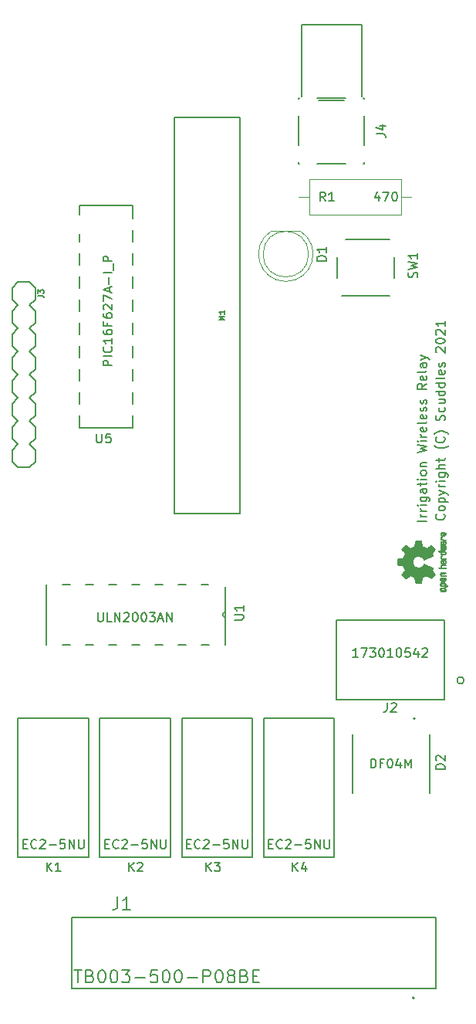
<source format=gto>
G04 #@! TF.GenerationSoftware,KiCad,Pcbnew,(5.1.7)-1*
G04 #@! TF.CreationDate,2021-01-27T13:10:38-08:00*
G04 #@! TF.ProjectId,rx,72782e6b-6963-4616-945f-706362585858,rev?*
G04 #@! TF.SameCoordinates,Original*
G04 #@! TF.FileFunction,Legend,Top*
G04 #@! TF.FilePolarity,Positive*
%FSLAX46Y46*%
G04 Gerber Fmt 4.6, Leading zero omitted, Abs format (unit mm)*
G04 Created by KiCad (PCBNEW (5.1.7)-1) date 2021-01-27 13:10:38*
%MOMM*%
%LPD*%
G01*
G04 APERTURE LIST*
%ADD10C,0.150000*%
%ADD11C,0.010000*%
%ADD12C,0.152400*%
%ADD13C,0.120000*%
%ADD14C,0.203200*%
%ADD15C,0.127000*%
%ADD16C,0.200000*%
G04 APERTURE END LIST*
D10*
X160452380Y-96523809D02*
X159452380Y-96523809D01*
X160452380Y-96047619D02*
X159785714Y-96047619D01*
X159976190Y-96047619D02*
X159880952Y-96000000D01*
X159833333Y-95952380D01*
X159785714Y-95857142D01*
X159785714Y-95761904D01*
X160452380Y-95428571D02*
X159785714Y-95428571D01*
X159976190Y-95428571D02*
X159880952Y-95380952D01*
X159833333Y-95333333D01*
X159785714Y-95238095D01*
X159785714Y-95142857D01*
X160452380Y-94809523D02*
X159785714Y-94809523D01*
X159452380Y-94809523D02*
X159500000Y-94857142D01*
X159547619Y-94809523D01*
X159500000Y-94761904D01*
X159452380Y-94809523D01*
X159547619Y-94809523D01*
X159785714Y-93904761D02*
X160595238Y-93904761D01*
X160690476Y-93952380D01*
X160738095Y-94000000D01*
X160785714Y-94095238D01*
X160785714Y-94238095D01*
X160738095Y-94333333D01*
X160404761Y-93904761D02*
X160452380Y-94000000D01*
X160452380Y-94190476D01*
X160404761Y-94285714D01*
X160357142Y-94333333D01*
X160261904Y-94380952D01*
X159976190Y-94380952D01*
X159880952Y-94333333D01*
X159833333Y-94285714D01*
X159785714Y-94190476D01*
X159785714Y-94000000D01*
X159833333Y-93904761D01*
X160452380Y-93000000D02*
X159928571Y-93000000D01*
X159833333Y-93047619D01*
X159785714Y-93142857D01*
X159785714Y-93333333D01*
X159833333Y-93428571D01*
X160404761Y-93000000D02*
X160452380Y-93095238D01*
X160452380Y-93333333D01*
X160404761Y-93428571D01*
X160309523Y-93476190D01*
X160214285Y-93476190D01*
X160119047Y-93428571D01*
X160071428Y-93333333D01*
X160071428Y-93095238D01*
X160023809Y-93000000D01*
X159785714Y-92666666D02*
X159785714Y-92285714D01*
X159452380Y-92523809D02*
X160309523Y-92523809D01*
X160404761Y-92476190D01*
X160452380Y-92380952D01*
X160452380Y-92285714D01*
X160452380Y-91952380D02*
X159785714Y-91952380D01*
X159452380Y-91952380D02*
X159500000Y-92000000D01*
X159547619Y-91952380D01*
X159500000Y-91904761D01*
X159452380Y-91952380D01*
X159547619Y-91952380D01*
X160452380Y-91333333D02*
X160404761Y-91428571D01*
X160357142Y-91476190D01*
X160261904Y-91523809D01*
X159976190Y-91523809D01*
X159880952Y-91476190D01*
X159833333Y-91428571D01*
X159785714Y-91333333D01*
X159785714Y-91190476D01*
X159833333Y-91095238D01*
X159880952Y-91047619D01*
X159976190Y-91000000D01*
X160261904Y-91000000D01*
X160357142Y-91047619D01*
X160404761Y-91095238D01*
X160452380Y-91190476D01*
X160452380Y-91333333D01*
X159785714Y-90571428D02*
X160452380Y-90571428D01*
X159880952Y-90571428D02*
X159833333Y-90523809D01*
X159785714Y-90428571D01*
X159785714Y-90285714D01*
X159833333Y-90190476D01*
X159928571Y-90142857D01*
X160452380Y-90142857D01*
X159452380Y-89000000D02*
X160452380Y-88761904D01*
X159738095Y-88571428D01*
X160452380Y-88380952D01*
X159452380Y-88142857D01*
X160452380Y-87761904D02*
X159785714Y-87761904D01*
X159452380Y-87761904D02*
X159500000Y-87809523D01*
X159547619Y-87761904D01*
X159500000Y-87714285D01*
X159452380Y-87761904D01*
X159547619Y-87761904D01*
X160452380Y-87285714D02*
X159785714Y-87285714D01*
X159976190Y-87285714D02*
X159880952Y-87238095D01*
X159833333Y-87190476D01*
X159785714Y-87095238D01*
X159785714Y-87000000D01*
X160404761Y-86285714D02*
X160452380Y-86380952D01*
X160452380Y-86571428D01*
X160404761Y-86666666D01*
X160309523Y-86714285D01*
X159928571Y-86714285D01*
X159833333Y-86666666D01*
X159785714Y-86571428D01*
X159785714Y-86380952D01*
X159833333Y-86285714D01*
X159928571Y-86238095D01*
X160023809Y-86238095D01*
X160119047Y-86714285D01*
X160452380Y-85666666D02*
X160404761Y-85761904D01*
X160309523Y-85809523D01*
X159452380Y-85809523D01*
X160404761Y-84904761D02*
X160452380Y-85000000D01*
X160452380Y-85190476D01*
X160404761Y-85285714D01*
X160309523Y-85333333D01*
X159928571Y-85333333D01*
X159833333Y-85285714D01*
X159785714Y-85190476D01*
X159785714Y-85000000D01*
X159833333Y-84904761D01*
X159928571Y-84857142D01*
X160023809Y-84857142D01*
X160119047Y-85333333D01*
X160404761Y-84476190D02*
X160452380Y-84380952D01*
X160452380Y-84190476D01*
X160404761Y-84095238D01*
X160309523Y-84047619D01*
X160261904Y-84047619D01*
X160166666Y-84095238D01*
X160119047Y-84190476D01*
X160119047Y-84333333D01*
X160071428Y-84428571D01*
X159976190Y-84476190D01*
X159928571Y-84476190D01*
X159833333Y-84428571D01*
X159785714Y-84333333D01*
X159785714Y-84190476D01*
X159833333Y-84095238D01*
X160404761Y-83666666D02*
X160452380Y-83571428D01*
X160452380Y-83380952D01*
X160404761Y-83285714D01*
X160309523Y-83238095D01*
X160261904Y-83238095D01*
X160166666Y-83285714D01*
X160119047Y-83380952D01*
X160119047Y-83523809D01*
X160071428Y-83619047D01*
X159976190Y-83666666D01*
X159928571Y-83666666D01*
X159833333Y-83619047D01*
X159785714Y-83523809D01*
X159785714Y-83380952D01*
X159833333Y-83285714D01*
X160452380Y-81476190D02*
X159976190Y-81809523D01*
X160452380Y-82047619D02*
X159452380Y-82047619D01*
X159452380Y-81666666D01*
X159500000Y-81571428D01*
X159547619Y-81523809D01*
X159642857Y-81476190D01*
X159785714Y-81476190D01*
X159880952Y-81523809D01*
X159928571Y-81571428D01*
X159976190Y-81666666D01*
X159976190Y-82047619D01*
X160404761Y-80666666D02*
X160452380Y-80761904D01*
X160452380Y-80952380D01*
X160404761Y-81047619D01*
X160309523Y-81095238D01*
X159928571Y-81095238D01*
X159833333Y-81047619D01*
X159785714Y-80952380D01*
X159785714Y-80761904D01*
X159833333Y-80666666D01*
X159928571Y-80619047D01*
X160023809Y-80619047D01*
X160119047Y-81095238D01*
X160452380Y-80047619D02*
X160404761Y-80142857D01*
X160309523Y-80190476D01*
X159452380Y-80190476D01*
X160452380Y-79238095D02*
X159928571Y-79238095D01*
X159833333Y-79285714D01*
X159785714Y-79380952D01*
X159785714Y-79571428D01*
X159833333Y-79666666D01*
X160404761Y-79238095D02*
X160452380Y-79333333D01*
X160452380Y-79571428D01*
X160404761Y-79666666D01*
X160309523Y-79714285D01*
X160214285Y-79714285D01*
X160119047Y-79666666D01*
X160071428Y-79571428D01*
X160071428Y-79333333D01*
X160023809Y-79238095D01*
X159785714Y-78857142D02*
X160452380Y-78619047D01*
X159785714Y-78380952D02*
X160452380Y-78619047D01*
X160690476Y-78714285D01*
X160738095Y-78761904D01*
X160785714Y-78857142D01*
X162357142Y-95785714D02*
X162404761Y-95833333D01*
X162452380Y-95976190D01*
X162452380Y-96071428D01*
X162404761Y-96214285D01*
X162309523Y-96309523D01*
X162214285Y-96357142D01*
X162023809Y-96404761D01*
X161880952Y-96404761D01*
X161690476Y-96357142D01*
X161595238Y-96309523D01*
X161500000Y-96214285D01*
X161452380Y-96071428D01*
X161452380Y-95976190D01*
X161500000Y-95833333D01*
X161547619Y-95785714D01*
X162452380Y-95214285D02*
X162404761Y-95309523D01*
X162357142Y-95357142D01*
X162261904Y-95404761D01*
X161976190Y-95404761D01*
X161880952Y-95357142D01*
X161833333Y-95309523D01*
X161785714Y-95214285D01*
X161785714Y-95071428D01*
X161833333Y-94976190D01*
X161880952Y-94928571D01*
X161976190Y-94880952D01*
X162261904Y-94880952D01*
X162357142Y-94928571D01*
X162404761Y-94976190D01*
X162452380Y-95071428D01*
X162452380Y-95214285D01*
X161785714Y-94452380D02*
X162785714Y-94452380D01*
X161833333Y-94452380D02*
X161785714Y-94357142D01*
X161785714Y-94166666D01*
X161833333Y-94071428D01*
X161880952Y-94023809D01*
X161976190Y-93976190D01*
X162261904Y-93976190D01*
X162357142Y-94023809D01*
X162404761Y-94071428D01*
X162452380Y-94166666D01*
X162452380Y-94357142D01*
X162404761Y-94452380D01*
X161785714Y-93642857D02*
X162452380Y-93404761D01*
X161785714Y-93166666D02*
X162452380Y-93404761D01*
X162690476Y-93500000D01*
X162738095Y-93547619D01*
X162785714Y-93642857D01*
X162452380Y-92785714D02*
X161785714Y-92785714D01*
X161976190Y-92785714D02*
X161880952Y-92738095D01*
X161833333Y-92690476D01*
X161785714Y-92595238D01*
X161785714Y-92500000D01*
X162452380Y-92166666D02*
X161785714Y-92166666D01*
X161452380Y-92166666D02*
X161500000Y-92214285D01*
X161547619Y-92166666D01*
X161500000Y-92119047D01*
X161452380Y-92166666D01*
X161547619Y-92166666D01*
X161785714Y-91261904D02*
X162595238Y-91261904D01*
X162690476Y-91309523D01*
X162738095Y-91357142D01*
X162785714Y-91452380D01*
X162785714Y-91595238D01*
X162738095Y-91690476D01*
X162404761Y-91261904D02*
X162452380Y-91357142D01*
X162452380Y-91547619D01*
X162404761Y-91642857D01*
X162357142Y-91690476D01*
X162261904Y-91738095D01*
X161976190Y-91738095D01*
X161880952Y-91690476D01*
X161833333Y-91642857D01*
X161785714Y-91547619D01*
X161785714Y-91357142D01*
X161833333Y-91261904D01*
X162452380Y-90785714D02*
X161452380Y-90785714D01*
X162452380Y-90357142D02*
X161928571Y-90357142D01*
X161833333Y-90404761D01*
X161785714Y-90500000D01*
X161785714Y-90642857D01*
X161833333Y-90738095D01*
X161880952Y-90785714D01*
X161785714Y-90023809D02*
X161785714Y-89642857D01*
X161452380Y-89880952D02*
X162309523Y-89880952D01*
X162404761Y-89833333D01*
X162452380Y-89738095D01*
X162452380Y-89642857D01*
X162833333Y-88261904D02*
X162785714Y-88309523D01*
X162642857Y-88404761D01*
X162547619Y-88452380D01*
X162404761Y-88500000D01*
X162166666Y-88547619D01*
X161976190Y-88547619D01*
X161738095Y-88500000D01*
X161595238Y-88452380D01*
X161500000Y-88404761D01*
X161357142Y-88309523D01*
X161309523Y-88261904D01*
X162357142Y-87309523D02*
X162404761Y-87357142D01*
X162452380Y-87500000D01*
X162452380Y-87595238D01*
X162404761Y-87738095D01*
X162309523Y-87833333D01*
X162214285Y-87880952D01*
X162023809Y-87928571D01*
X161880952Y-87928571D01*
X161690476Y-87880952D01*
X161595238Y-87833333D01*
X161500000Y-87738095D01*
X161452380Y-87595238D01*
X161452380Y-87500000D01*
X161500000Y-87357142D01*
X161547619Y-87309523D01*
X162833333Y-86976190D02*
X162785714Y-86928571D01*
X162642857Y-86833333D01*
X162547619Y-86785714D01*
X162404761Y-86738095D01*
X162166666Y-86690476D01*
X161976190Y-86690476D01*
X161738095Y-86738095D01*
X161595238Y-86785714D01*
X161500000Y-86833333D01*
X161357142Y-86928571D01*
X161309523Y-86976190D01*
X162404761Y-85500000D02*
X162452380Y-85357142D01*
X162452380Y-85119047D01*
X162404761Y-85023809D01*
X162357142Y-84976190D01*
X162261904Y-84928571D01*
X162166666Y-84928571D01*
X162071428Y-84976190D01*
X162023809Y-85023809D01*
X161976190Y-85119047D01*
X161928571Y-85309523D01*
X161880952Y-85404761D01*
X161833333Y-85452380D01*
X161738095Y-85500000D01*
X161642857Y-85500000D01*
X161547619Y-85452380D01*
X161500000Y-85404761D01*
X161452380Y-85309523D01*
X161452380Y-85071428D01*
X161500000Y-84928571D01*
X162404761Y-84071428D02*
X162452380Y-84166666D01*
X162452380Y-84357142D01*
X162404761Y-84452380D01*
X162357142Y-84500000D01*
X162261904Y-84547619D01*
X161976190Y-84547619D01*
X161880952Y-84500000D01*
X161833333Y-84452380D01*
X161785714Y-84357142D01*
X161785714Y-84166666D01*
X161833333Y-84071428D01*
X161785714Y-83214285D02*
X162452380Y-83214285D01*
X161785714Y-83642857D02*
X162309523Y-83642857D01*
X162404761Y-83595238D01*
X162452380Y-83500000D01*
X162452380Y-83357142D01*
X162404761Y-83261904D01*
X162357142Y-83214285D01*
X162452380Y-82309523D02*
X161452380Y-82309523D01*
X162404761Y-82309523D02*
X162452380Y-82404761D01*
X162452380Y-82595238D01*
X162404761Y-82690476D01*
X162357142Y-82738095D01*
X162261904Y-82785714D01*
X161976190Y-82785714D01*
X161880952Y-82738095D01*
X161833333Y-82690476D01*
X161785714Y-82595238D01*
X161785714Y-82404761D01*
X161833333Y-82309523D01*
X162452380Y-81404761D02*
X161452380Y-81404761D01*
X162404761Y-81404761D02*
X162452380Y-81500000D01*
X162452380Y-81690476D01*
X162404761Y-81785714D01*
X162357142Y-81833333D01*
X162261904Y-81880952D01*
X161976190Y-81880952D01*
X161880952Y-81833333D01*
X161833333Y-81785714D01*
X161785714Y-81690476D01*
X161785714Y-81500000D01*
X161833333Y-81404761D01*
X162452380Y-80785714D02*
X162404761Y-80880952D01*
X162309523Y-80928571D01*
X161452380Y-80928571D01*
X162404761Y-80023809D02*
X162452380Y-80119047D01*
X162452380Y-80309523D01*
X162404761Y-80404761D01*
X162309523Y-80452380D01*
X161928571Y-80452380D01*
X161833333Y-80404761D01*
X161785714Y-80309523D01*
X161785714Y-80119047D01*
X161833333Y-80023809D01*
X161928571Y-79976190D01*
X162023809Y-79976190D01*
X162119047Y-80452380D01*
X162404761Y-79595238D02*
X162452380Y-79500000D01*
X162452380Y-79309523D01*
X162404761Y-79214285D01*
X162309523Y-79166666D01*
X162261904Y-79166666D01*
X162166666Y-79214285D01*
X162119047Y-79309523D01*
X162119047Y-79452380D01*
X162071428Y-79547619D01*
X161976190Y-79595238D01*
X161928571Y-79595238D01*
X161833333Y-79547619D01*
X161785714Y-79452380D01*
X161785714Y-79309523D01*
X161833333Y-79214285D01*
X161547619Y-78023809D02*
X161500000Y-77976190D01*
X161452380Y-77880952D01*
X161452380Y-77642857D01*
X161500000Y-77547619D01*
X161547619Y-77500000D01*
X161642857Y-77452380D01*
X161738095Y-77452380D01*
X161880952Y-77500000D01*
X162452380Y-78071428D01*
X162452380Y-77452380D01*
X161452380Y-76833333D02*
X161452380Y-76738095D01*
X161500000Y-76642857D01*
X161547619Y-76595238D01*
X161642857Y-76547619D01*
X161833333Y-76500000D01*
X162071428Y-76500000D01*
X162261904Y-76547619D01*
X162357142Y-76595238D01*
X162404761Y-76642857D01*
X162452380Y-76738095D01*
X162452380Y-76833333D01*
X162404761Y-76928571D01*
X162357142Y-76976190D01*
X162261904Y-77023809D01*
X162071428Y-77071428D01*
X161833333Y-77071428D01*
X161642857Y-77023809D01*
X161547619Y-76976190D01*
X161500000Y-76928571D01*
X161452380Y-76833333D01*
X161547619Y-76119047D02*
X161500000Y-76071428D01*
X161452380Y-75976190D01*
X161452380Y-75738095D01*
X161500000Y-75642857D01*
X161547619Y-75595238D01*
X161642857Y-75547619D01*
X161738095Y-75547619D01*
X161880952Y-75595238D01*
X162452380Y-76166666D01*
X162452380Y-75547619D01*
X162452380Y-74595238D02*
X162452380Y-75166666D01*
X162452380Y-74880952D02*
X161452380Y-74880952D01*
X161595238Y-74976190D01*
X161690476Y-75071428D01*
X161738095Y-75166666D01*
D11*
G36*
X161919918Y-103400256D02*
G01*
X161947568Y-103344799D01*
X161998480Y-103295852D01*
X162017338Y-103282371D01*
X162042015Y-103267686D01*
X162068816Y-103258158D01*
X162104587Y-103252707D01*
X162156169Y-103250253D01*
X162224267Y-103249714D01*
X162317588Y-103252148D01*
X162387657Y-103260606D01*
X162439931Y-103276826D01*
X162479869Y-103302546D01*
X162512929Y-103339503D01*
X162514886Y-103342218D01*
X162534908Y-103378640D01*
X162544815Y-103422498D01*
X162547257Y-103478276D01*
X162547257Y-103568952D01*
X162635283Y-103568990D01*
X162684308Y-103569834D01*
X162713065Y-103574976D01*
X162730311Y-103588413D01*
X162744808Y-103614142D01*
X162747769Y-103620321D01*
X162761648Y-103649236D01*
X162770414Y-103671624D01*
X162771171Y-103688271D01*
X162761023Y-103699964D01*
X162737073Y-103707490D01*
X162696426Y-103711634D01*
X162636186Y-103713185D01*
X162553455Y-103712929D01*
X162445339Y-103711651D01*
X162413000Y-103711252D01*
X162301524Y-103709815D01*
X162228603Y-103708528D01*
X162228603Y-103569029D01*
X162290499Y-103568245D01*
X162330997Y-103564760D01*
X162357708Y-103556876D01*
X162378244Y-103542895D01*
X162388260Y-103533403D01*
X162417567Y-103494596D01*
X162419952Y-103460237D01*
X162395750Y-103424784D01*
X162394857Y-103423886D01*
X162376153Y-103409461D01*
X162350732Y-103400687D01*
X162311584Y-103396261D01*
X162251697Y-103394882D01*
X162238430Y-103394857D01*
X162155901Y-103398188D01*
X162098691Y-103409031D01*
X162063766Y-103428660D01*
X162048094Y-103458350D01*
X162046514Y-103475509D01*
X162053926Y-103516234D01*
X162078330Y-103544168D01*
X162122980Y-103560983D01*
X162191130Y-103568350D01*
X162228603Y-103569029D01*
X162228603Y-103708528D01*
X162215245Y-103708292D01*
X162150333Y-103706323D01*
X162102958Y-103703550D01*
X162069290Y-103699612D01*
X162045498Y-103694151D01*
X162027753Y-103686808D01*
X162012224Y-103677223D01*
X162006381Y-103673113D01*
X161951185Y-103618595D01*
X161919890Y-103549664D01*
X161911165Y-103469928D01*
X161919918Y-103400256D01*
G37*
X161919918Y-103400256D02*
X161947568Y-103344799D01*
X161998480Y-103295852D01*
X162017338Y-103282371D01*
X162042015Y-103267686D01*
X162068816Y-103258158D01*
X162104587Y-103252707D01*
X162156169Y-103250253D01*
X162224267Y-103249714D01*
X162317588Y-103252148D01*
X162387657Y-103260606D01*
X162439931Y-103276826D01*
X162479869Y-103302546D01*
X162512929Y-103339503D01*
X162514886Y-103342218D01*
X162534908Y-103378640D01*
X162544815Y-103422498D01*
X162547257Y-103478276D01*
X162547257Y-103568952D01*
X162635283Y-103568990D01*
X162684308Y-103569834D01*
X162713065Y-103574976D01*
X162730311Y-103588413D01*
X162744808Y-103614142D01*
X162747769Y-103620321D01*
X162761648Y-103649236D01*
X162770414Y-103671624D01*
X162771171Y-103688271D01*
X162761023Y-103699964D01*
X162737073Y-103707490D01*
X162696426Y-103711634D01*
X162636186Y-103713185D01*
X162553455Y-103712929D01*
X162445339Y-103711651D01*
X162413000Y-103711252D01*
X162301524Y-103709815D01*
X162228603Y-103708528D01*
X162228603Y-103569029D01*
X162290499Y-103568245D01*
X162330997Y-103564760D01*
X162357708Y-103556876D01*
X162378244Y-103542895D01*
X162388260Y-103533403D01*
X162417567Y-103494596D01*
X162419952Y-103460237D01*
X162395750Y-103424784D01*
X162394857Y-103423886D01*
X162376153Y-103409461D01*
X162350732Y-103400687D01*
X162311584Y-103396261D01*
X162251697Y-103394882D01*
X162238430Y-103394857D01*
X162155901Y-103398188D01*
X162098691Y-103409031D01*
X162063766Y-103428660D01*
X162048094Y-103458350D01*
X162046514Y-103475509D01*
X162053926Y-103516234D01*
X162078330Y-103544168D01*
X162122980Y-103560983D01*
X162191130Y-103568350D01*
X162228603Y-103569029D01*
X162228603Y-103708528D01*
X162215245Y-103708292D01*
X162150333Y-103706323D01*
X162102958Y-103703550D01*
X162069290Y-103699612D01*
X162045498Y-103694151D01*
X162027753Y-103686808D01*
X162012224Y-103677223D01*
X162006381Y-103673113D01*
X161951185Y-103618595D01*
X161919890Y-103549664D01*
X161911165Y-103469928D01*
X161919918Y-103400256D01*
G36*
X161927780Y-102283907D02*
G01*
X161954723Y-102237328D01*
X161981466Y-102204943D01*
X162009484Y-102181258D01*
X162043748Y-102164941D01*
X162089227Y-102154661D01*
X162150892Y-102149086D01*
X162233711Y-102146884D01*
X162293246Y-102146629D01*
X162512391Y-102146629D01*
X162540044Y-102208314D01*
X162567697Y-102270000D01*
X162327670Y-102277257D01*
X162238028Y-102280256D01*
X162172962Y-102283402D01*
X162128026Y-102287299D01*
X162098770Y-102292553D01*
X162080748Y-102299769D01*
X162069511Y-102309550D01*
X162067079Y-102312688D01*
X162048083Y-102360239D01*
X162055600Y-102408303D01*
X162075543Y-102436914D01*
X162089675Y-102448553D01*
X162108220Y-102456609D01*
X162136334Y-102461729D01*
X162179173Y-102464559D01*
X162241895Y-102465744D01*
X162307261Y-102465943D01*
X162389268Y-102465982D01*
X162447316Y-102467386D01*
X162486465Y-102472086D01*
X162511780Y-102482013D01*
X162528323Y-102499097D01*
X162541156Y-102525268D01*
X162554491Y-102560225D01*
X162569007Y-102598404D01*
X162311389Y-102593859D01*
X162218519Y-102592029D01*
X162149889Y-102589888D01*
X162100711Y-102586819D01*
X162066198Y-102582206D01*
X162041562Y-102575432D01*
X162022016Y-102565881D01*
X162004770Y-102554366D01*
X161949680Y-102498810D01*
X161917822Y-102431020D01*
X161910191Y-102357287D01*
X161927780Y-102283907D01*
G37*
X161927780Y-102283907D02*
X161954723Y-102237328D01*
X161981466Y-102204943D01*
X162009484Y-102181258D01*
X162043748Y-102164941D01*
X162089227Y-102154661D01*
X162150892Y-102149086D01*
X162233711Y-102146884D01*
X162293246Y-102146629D01*
X162512391Y-102146629D01*
X162540044Y-102208314D01*
X162567697Y-102270000D01*
X162327670Y-102277257D01*
X162238028Y-102280256D01*
X162172962Y-102283402D01*
X162128026Y-102287299D01*
X162098770Y-102292553D01*
X162080748Y-102299769D01*
X162069511Y-102309550D01*
X162067079Y-102312688D01*
X162048083Y-102360239D01*
X162055600Y-102408303D01*
X162075543Y-102436914D01*
X162089675Y-102448553D01*
X162108220Y-102456609D01*
X162136334Y-102461729D01*
X162179173Y-102464559D01*
X162241895Y-102465744D01*
X162307261Y-102465943D01*
X162389268Y-102465982D01*
X162447316Y-102467386D01*
X162486465Y-102472086D01*
X162511780Y-102482013D01*
X162528323Y-102499097D01*
X162541156Y-102525268D01*
X162554491Y-102560225D01*
X162569007Y-102598404D01*
X162311389Y-102593859D01*
X162218519Y-102592029D01*
X162149889Y-102589888D01*
X162100711Y-102586819D01*
X162066198Y-102582206D01*
X162041562Y-102575432D01*
X162022016Y-102565881D01*
X162004770Y-102554366D01*
X161949680Y-102498810D01*
X161917822Y-102431020D01*
X161910191Y-102357287D01*
X161927780Y-102283907D01*
G36*
X161921962Y-103958885D02*
G01*
X161957733Y-103890855D01*
X162015301Y-103840649D01*
X162052312Y-103822815D01*
X162107882Y-103808937D01*
X162178096Y-103801833D01*
X162254727Y-103801160D01*
X162329552Y-103806573D01*
X162394342Y-103817730D01*
X162440873Y-103834286D01*
X162448887Y-103839374D01*
X162508707Y-103899645D01*
X162544535Y-103971231D01*
X162555020Y-104048908D01*
X162538810Y-104127452D01*
X162529092Y-104149311D01*
X162499143Y-104191878D01*
X162459433Y-104229237D01*
X162454397Y-104232768D01*
X162430124Y-104247119D01*
X162404178Y-104256606D01*
X162370022Y-104262210D01*
X162321119Y-104264914D01*
X162250935Y-104265701D01*
X162235200Y-104265714D01*
X162230192Y-104265678D01*
X162230192Y-104120571D01*
X162296430Y-104119727D01*
X162340386Y-104116404D01*
X162368779Y-104109417D01*
X162388325Y-104097584D01*
X162394857Y-104091543D01*
X162419680Y-104056814D01*
X162418548Y-104023097D01*
X162397016Y-103989005D01*
X162374029Y-103968671D01*
X162340478Y-103956629D01*
X162287569Y-103949866D01*
X162281399Y-103949402D01*
X162185513Y-103948248D01*
X162114299Y-103960312D01*
X162068194Y-103985430D01*
X162047635Y-104023440D01*
X162046514Y-104037008D01*
X162052152Y-104072636D01*
X162071686Y-104097006D01*
X162109042Y-104111907D01*
X162168150Y-104119125D01*
X162230192Y-104120571D01*
X162230192Y-104265678D01*
X162160413Y-104265174D01*
X162108159Y-104262904D01*
X162071949Y-104257932D01*
X162045299Y-104249287D01*
X162021722Y-104235995D01*
X162017338Y-104233057D01*
X161958249Y-104183687D01*
X161923947Y-104129891D01*
X161910331Y-104064398D01*
X161909665Y-104042158D01*
X161921962Y-103958885D01*
G37*
X161921962Y-103958885D02*
X161957733Y-103890855D01*
X162015301Y-103840649D01*
X162052312Y-103822815D01*
X162107882Y-103808937D01*
X162178096Y-103801833D01*
X162254727Y-103801160D01*
X162329552Y-103806573D01*
X162394342Y-103817730D01*
X162440873Y-103834286D01*
X162448887Y-103839374D01*
X162508707Y-103899645D01*
X162544535Y-103971231D01*
X162555020Y-104048908D01*
X162538810Y-104127452D01*
X162529092Y-104149311D01*
X162499143Y-104191878D01*
X162459433Y-104229237D01*
X162454397Y-104232768D01*
X162430124Y-104247119D01*
X162404178Y-104256606D01*
X162370022Y-104262210D01*
X162321119Y-104264914D01*
X162250935Y-104265701D01*
X162235200Y-104265714D01*
X162230192Y-104265678D01*
X162230192Y-104120571D01*
X162296430Y-104119727D01*
X162340386Y-104116404D01*
X162368779Y-104109417D01*
X162388325Y-104097584D01*
X162394857Y-104091543D01*
X162419680Y-104056814D01*
X162418548Y-104023097D01*
X162397016Y-103989005D01*
X162374029Y-103968671D01*
X162340478Y-103956629D01*
X162287569Y-103949866D01*
X162281399Y-103949402D01*
X162185513Y-103948248D01*
X162114299Y-103960312D01*
X162068194Y-103985430D01*
X162047635Y-104023440D01*
X162046514Y-104037008D01*
X162052152Y-104072636D01*
X162071686Y-104097006D01*
X162109042Y-104111907D01*
X162168150Y-104119125D01*
X162230192Y-104120571D01*
X162230192Y-104265678D01*
X162160413Y-104265174D01*
X162108159Y-104262904D01*
X162071949Y-104257932D01*
X162045299Y-104249287D01*
X162021722Y-104235995D01*
X162017338Y-104233057D01*
X161958249Y-104183687D01*
X161923947Y-104129891D01*
X161910331Y-104064398D01*
X161909665Y-104042158D01*
X161921962Y-103958885D01*
G36*
X161931239Y-102831697D02*
G01*
X161969735Y-102774473D01*
X162025335Y-102730251D01*
X162096086Y-102703833D01*
X162148162Y-102698490D01*
X162169893Y-102699097D01*
X162186531Y-102704178D01*
X162201437Y-102718145D01*
X162217973Y-102745411D01*
X162239498Y-102790388D01*
X162269374Y-102857489D01*
X162269524Y-102857829D01*
X162297813Y-102919593D01*
X162322933Y-102970241D01*
X162342179Y-103004596D01*
X162352848Y-103017482D01*
X162352934Y-103017486D01*
X162376166Y-103006128D01*
X162401774Y-102979569D01*
X162420221Y-102949077D01*
X162423886Y-102933630D01*
X162411212Y-102891485D01*
X162379471Y-102855192D01*
X162344572Y-102837483D01*
X162318845Y-102820448D01*
X162289546Y-102787078D01*
X162264235Y-102747851D01*
X162250471Y-102713244D01*
X162249714Y-102706007D01*
X162262160Y-102697861D01*
X162293972Y-102697370D01*
X162336866Y-102703357D01*
X162382558Y-102714643D01*
X162422761Y-102730050D01*
X162424322Y-102730829D01*
X162489062Y-102777196D01*
X162533097Y-102837289D01*
X162554711Y-102905535D01*
X162552185Y-102976362D01*
X162523804Y-103044196D01*
X162521808Y-103047212D01*
X162473448Y-103100573D01*
X162410352Y-103135660D01*
X162327387Y-103155078D01*
X162304078Y-103157684D01*
X162194055Y-103162299D01*
X162142748Y-103156767D01*
X162142748Y-103017486D01*
X162174753Y-103015676D01*
X162184093Y-103005778D01*
X162177105Y-102981102D01*
X162160587Y-102942205D01*
X162139881Y-102898725D01*
X162139333Y-102897644D01*
X162119949Y-102860791D01*
X162107013Y-102846000D01*
X162093451Y-102849647D01*
X162075632Y-102865005D01*
X162049845Y-102904077D01*
X162047950Y-102946154D01*
X162066717Y-102983897D01*
X162102915Y-103009966D01*
X162142748Y-103017486D01*
X162142748Y-103156767D01*
X162106027Y-103152806D01*
X162036212Y-103128450D01*
X161987302Y-103094544D01*
X161937878Y-103033347D01*
X161913359Y-102965937D01*
X161911797Y-102897120D01*
X161931239Y-102831697D01*
G37*
X161931239Y-102831697D02*
X161969735Y-102774473D01*
X162025335Y-102730251D01*
X162096086Y-102703833D01*
X162148162Y-102698490D01*
X162169893Y-102699097D01*
X162186531Y-102704178D01*
X162201437Y-102718145D01*
X162217973Y-102745411D01*
X162239498Y-102790388D01*
X162269374Y-102857489D01*
X162269524Y-102857829D01*
X162297813Y-102919593D01*
X162322933Y-102970241D01*
X162342179Y-103004596D01*
X162352848Y-103017482D01*
X162352934Y-103017486D01*
X162376166Y-103006128D01*
X162401774Y-102979569D01*
X162420221Y-102949077D01*
X162423886Y-102933630D01*
X162411212Y-102891485D01*
X162379471Y-102855192D01*
X162344572Y-102837483D01*
X162318845Y-102820448D01*
X162289546Y-102787078D01*
X162264235Y-102747851D01*
X162250471Y-102713244D01*
X162249714Y-102706007D01*
X162262160Y-102697861D01*
X162293972Y-102697370D01*
X162336866Y-102703357D01*
X162382558Y-102714643D01*
X162422761Y-102730050D01*
X162424322Y-102730829D01*
X162489062Y-102777196D01*
X162533097Y-102837289D01*
X162554711Y-102905535D01*
X162552185Y-102976362D01*
X162523804Y-103044196D01*
X162521808Y-103047212D01*
X162473448Y-103100573D01*
X162410352Y-103135660D01*
X162327387Y-103155078D01*
X162304078Y-103157684D01*
X162194055Y-103162299D01*
X162142748Y-103156767D01*
X162142748Y-103017486D01*
X162174753Y-103015676D01*
X162184093Y-103005778D01*
X162177105Y-102981102D01*
X162160587Y-102942205D01*
X162139881Y-102898725D01*
X162139333Y-102897644D01*
X162119949Y-102860791D01*
X162107013Y-102846000D01*
X162093451Y-102849647D01*
X162075632Y-102865005D01*
X162049845Y-102904077D01*
X162047950Y-102946154D01*
X162066717Y-102983897D01*
X162102915Y-103009966D01*
X162142748Y-103017486D01*
X162142748Y-103156767D01*
X162106027Y-103152806D01*
X162036212Y-103128450D01*
X161987302Y-103094544D01*
X161937878Y-103033347D01*
X161913359Y-102965937D01*
X161911797Y-102897120D01*
X161931239Y-102831697D01*
G36*
X161851289Y-101624114D02*
G01*
X161910613Y-101619861D01*
X161945572Y-101614975D01*
X161960820Y-101608205D01*
X161961015Y-101598298D01*
X161959195Y-101595086D01*
X161946015Y-101552356D01*
X161946785Y-101496773D01*
X161960333Y-101440263D01*
X161977861Y-101404918D01*
X162005861Y-101368679D01*
X162037549Y-101342187D01*
X162077813Y-101324001D01*
X162131543Y-101312678D01*
X162203626Y-101306778D01*
X162298951Y-101304857D01*
X162317237Y-101304823D01*
X162522646Y-101304800D01*
X162538580Y-101350509D01*
X162549420Y-101382973D01*
X162554468Y-101400785D01*
X162554514Y-101401309D01*
X162540828Y-101403063D01*
X162503076Y-101404556D01*
X162446224Y-101405674D01*
X162375234Y-101406303D01*
X162332073Y-101406400D01*
X162246973Y-101406602D01*
X162185981Y-101407642D01*
X162144177Y-101410169D01*
X162116642Y-101414836D01*
X162098456Y-101422293D01*
X162084698Y-101433189D01*
X162078073Y-101439993D01*
X162051375Y-101486728D01*
X162049375Y-101537728D01*
X162071955Y-101583999D01*
X162080107Y-101592556D01*
X162095436Y-101605107D01*
X162113618Y-101613812D01*
X162139909Y-101619369D01*
X162179562Y-101622474D01*
X162237832Y-101623824D01*
X162318173Y-101624114D01*
X162522646Y-101624114D01*
X162538580Y-101669823D01*
X162549420Y-101702287D01*
X162554468Y-101720099D01*
X162554514Y-101720623D01*
X162540623Y-101721963D01*
X162501439Y-101723172D01*
X162440700Y-101724199D01*
X162362141Y-101724998D01*
X162269498Y-101725519D01*
X162166509Y-101725714D01*
X161769342Y-101725714D01*
X161749444Y-101678543D01*
X161729547Y-101631371D01*
X161851289Y-101624114D01*
G37*
X161851289Y-101624114D02*
X161910613Y-101619861D01*
X161945572Y-101614975D01*
X161960820Y-101608205D01*
X161961015Y-101598298D01*
X161959195Y-101595086D01*
X161946015Y-101552356D01*
X161946785Y-101496773D01*
X161960333Y-101440263D01*
X161977861Y-101404918D01*
X162005861Y-101368679D01*
X162037549Y-101342187D01*
X162077813Y-101324001D01*
X162131543Y-101312678D01*
X162203626Y-101306778D01*
X162298951Y-101304857D01*
X162317237Y-101304823D01*
X162522646Y-101304800D01*
X162538580Y-101350509D01*
X162549420Y-101382973D01*
X162554468Y-101400785D01*
X162554514Y-101401309D01*
X162540828Y-101403063D01*
X162503076Y-101404556D01*
X162446224Y-101405674D01*
X162375234Y-101406303D01*
X162332073Y-101406400D01*
X162246973Y-101406602D01*
X162185981Y-101407642D01*
X162144177Y-101410169D01*
X162116642Y-101414836D01*
X162098456Y-101422293D01*
X162084698Y-101433189D01*
X162078073Y-101439993D01*
X162051375Y-101486728D01*
X162049375Y-101537728D01*
X162071955Y-101583999D01*
X162080107Y-101592556D01*
X162095436Y-101605107D01*
X162113618Y-101613812D01*
X162139909Y-101619369D01*
X162179562Y-101622474D01*
X162237832Y-101623824D01*
X162318173Y-101624114D01*
X162522646Y-101624114D01*
X162538580Y-101669823D01*
X162549420Y-101702287D01*
X162554468Y-101720099D01*
X162554514Y-101720623D01*
X162540623Y-101721963D01*
X162501439Y-101723172D01*
X162440700Y-101724199D01*
X162362141Y-101724998D01*
X162269498Y-101725519D01*
X162166509Y-101725714D01*
X161769342Y-101725714D01*
X161749444Y-101678543D01*
X161729547Y-101631371D01*
X161851289Y-101624114D01*
G36*
X161950968Y-100960256D02*
G01*
X161972087Y-100903384D01*
X161972493Y-100902733D01*
X161998380Y-100867560D01*
X162028633Y-100841593D01*
X162068058Y-100823330D01*
X162121462Y-100811268D01*
X162193651Y-100803904D01*
X162289432Y-100799736D01*
X162303078Y-100799371D01*
X162508842Y-100794124D01*
X162531678Y-100838284D01*
X162547110Y-100870237D01*
X162554423Y-100889530D01*
X162554514Y-100890422D01*
X162541022Y-100893761D01*
X162504626Y-100896413D01*
X162451452Y-100898044D01*
X162408393Y-100898400D01*
X162338641Y-100898408D01*
X162294837Y-100901597D01*
X162273944Y-100912712D01*
X162272925Y-100936499D01*
X162288741Y-100977704D01*
X162317815Y-101039914D01*
X162341963Y-101085659D01*
X162362913Y-101109187D01*
X162385747Y-101116104D01*
X162386877Y-101116114D01*
X162426212Y-101104701D01*
X162447462Y-101070908D01*
X162450539Y-101019191D01*
X162450006Y-100981939D01*
X162460735Y-100962297D01*
X162486505Y-100950048D01*
X162519337Y-100942998D01*
X162537966Y-100953158D01*
X162540632Y-100956983D01*
X162551340Y-100992999D01*
X162552856Y-101043434D01*
X162545759Y-101095374D01*
X162532788Y-101132178D01*
X162489585Y-101183062D01*
X162429446Y-101211986D01*
X162382462Y-101217714D01*
X162340082Y-101213343D01*
X162305488Y-101197525D01*
X162274763Y-101166203D01*
X162243990Y-101115322D01*
X162209252Y-101040824D01*
X162207288Y-101036286D01*
X162176287Y-100969179D01*
X162150862Y-100927768D01*
X162128014Y-100910019D01*
X162104745Y-100913893D01*
X162078056Y-100937357D01*
X162071914Y-100944373D01*
X162048100Y-100991370D01*
X162049103Y-101040067D01*
X162072451Y-101082478D01*
X162115675Y-101110616D01*
X162124160Y-101113231D01*
X162165308Y-101138692D01*
X162185128Y-101170999D01*
X162204770Y-101217714D01*
X162153950Y-101217714D01*
X162080082Y-101203504D01*
X162012327Y-101161325D01*
X161989661Y-101139376D01*
X161960569Y-101089483D01*
X161947400Y-101026033D01*
X161950968Y-100960256D01*
G37*
X161950968Y-100960256D02*
X161972087Y-100903384D01*
X161972493Y-100902733D01*
X161998380Y-100867560D01*
X162028633Y-100841593D01*
X162068058Y-100823330D01*
X162121462Y-100811268D01*
X162193651Y-100803904D01*
X162289432Y-100799736D01*
X162303078Y-100799371D01*
X162508842Y-100794124D01*
X162531678Y-100838284D01*
X162547110Y-100870237D01*
X162554423Y-100889530D01*
X162554514Y-100890422D01*
X162541022Y-100893761D01*
X162504626Y-100896413D01*
X162451452Y-100898044D01*
X162408393Y-100898400D01*
X162338641Y-100898408D01*
X162294837Y-100901597D01*
X162273944Y-100912712D01*
X162272925Y-100936499D01*
X162288741Y-100977704D01*
X162317815Y-101039914D01*
X162341963Y-101085659D01*
X162362913Y-101109187D01*
X162385747Y-101116104D01*
X162386877Y-101116114D01*
X162426212Y-101104701D01*
X162447462Y-101070908D01*
X162450539Y-101019191D01*
X162450006Y-100981939D01*
X162460735Y-100962297D01*
X162486505Y-100950048D01*
X162519337Y-100942998D01*
X162537966Y-100953158D01*
X162540632Y-100956983D01*
X162551340Y-100992999D01*
X162552856Y-101043434D01*
X162545759Y-101095374D01*
X162532788Y-101132178D01*
X162489585Y-101183062D01*
X162429446Y-101211986D01*
X162382462Y-101217714D01*
X162340082Y-101213343D01*
X162305488Y-101197525D01*
X162274763Y-101166203D01*
X162243990Y-101115322D01*
X162209252Y-101040824D01*
X162207288Y-101036286D01*
X162176287Y-100969179D01*
X162150862Y-100927768D01*
X162128014Y-100910019D01*
X162104745Y-100913893D01*
X162078056Y-100937357D01*
X162071914Y-100944373D01*
X162048100Y-100991370D01*
X162049103Y-101040067D01*
X162072451Y-101082478D01*
X162115675Y-101110616D01*
X162124160Y-101113231D01*
X162165308Y-101138692D01*
X162185128Y-101170999D01*
X162204770Y-101217714D01*
X162153950Y-101217714D01*
X162080082Y-101203504D01*
X162012327Y-101161325D01*
X161989661Y-101139376D01*
X161960569Y-101089483D01*
X161947400Y-101026033D01*
X161950968Y-100960256D01*
G36*
X161949755Y-100470074D02*
G01*
X161974084Y-100404142D01*
X162017117Y-100350727D01*
X162047409Y-100329836D01*
X162102994Y-100307061D01*
X162143186Y-100307534D01*
X162170217Y-100331438D01*
X162174813Y-100340283D01*
X162189144Y-100378470D01*
X162185472Y-100397972D01*
X162161407Y-100404578D01*
X162148114Y-100404914D01*
X162099210Y-100417008D01*
X162064999Y-100448529D01*
X162048476Y-100492341D01*
X162052634Y-100541305D01*
X162074227Y-100581106D01*
X162086544Y-100594550D01*
X162101487Y-100604079D01*
X162124075Y-100610515D01*
X162159328Y-100614683D01*
X162212266Y-100617403D01*
X162287907Y-100619498D01*
X162311857Y-100620040D01*
X162393790Y-100622019D01*
X162451455Y-100624269D01*
X162489608Y-100627643D01*
X162513004Y-100632994D01*
X162526398Y-100641176D01*
X162534545Y-100653041D01*
X162538144Y-100660638D01*
X162550452Y-100692898D01*
X162554514Y-100711889D01*
X162540948Y-100718164D01*
X162499934Y-100721994D01*
X162430999Y-100723400D01*
X162333669Y-100722402D01*
X162318657Y-100722092D01*
X162229859Y-100719899D01*
X162165019Y-100717307D01*
X162119067Y-100713618D01*
X162086935Y-100708136D01*
X162063553Y-100700165D01*
X162043852Y-100689007D01*
X162035410Y-100683170D01*
X161998057Y-100649704D01*
X161969003Y-100612273D01*
X161966467Y-100607691D01*
X161946443Y-100540574D01*
X161949755Y-100470074D01*
G37*
X161949755Y-100470074D02*
X161974084Y-100404142D01*
X162017117Y-100350727D01*
X162047409Y-100329836D01*
X162102994Y-100307061D01*
X162143186Y-100307534D01*
X162170217Y-100331438D01*
X162174813Y-100340283D01*
X162189144Y-100378470D01*
X162185472Y-100397972D01*
X162161407Y-100404578D01*
X162148114Y-100404914D01*
X162099210Y-100417008D01*
X162064999Y-100448529D01*
X162048476Y-100492341D01*
X162052634Y-100541305D01*
X162074227Y-100581106D01*
X162086544Y-100594550D01*
X162101487Y-100604079D01*
X162124075Y-100610515D01*
X162159328Y-100614683D01*
X162212266Y-100617403D01*
X162287907Y-100619498D01*
X162311857Y-100620040D01*
X162393790Y-100622019D01*
X162451455Y-100624269D01*
X162489608Y-100627643D01*
X162513004Y-100632994D01*
X162526398Y-100641176D01*
X162534545Y-100653041D01*
X162538144Y-100660638D01*
X162550452Y-100692898D01*
X162554514Y-100711889D01*
X162540948Y-100718164D01*
X162499934Y-100721994D01*
X162430999Y-100723400D01*
X162333669Y-100722402D01*
X162318657Y-100722092D01*
X162229859Y-100719899D01*
X162165019Y-100717307D01*
X162119067Y-100713618D01*
X162086935Y-100708136D01*
X162063553Y-100700165D01*
X162043852Y-100689007D01*
X162035410Y-100683170D01*
X161998057Y-100649704D01*
X161969003Y-100612273D01*
X161966467Y-100607691D01*
X161946443Y-100540574D01*
X161949755Y-100470074D01*
G36*
X162065358Y-99809883D02*
G01*
X162173837Y-99810067D01*
X162257287Y-99810781D01*
X162319704Y-99812325D01*
X162365085Y-99814999D01*
X162397429Y-99819106D01*
X162420733Y-99824945D01*
X162438995Y-99832818D01*
X162449418Y-99838779D01*
X162505945Y-99888145D01*
X162541377Y-99950736D01*
X162554090Y-100019987D01*
X162542463Y-100089332D01*
X162521568Y-100130625D01*
X162485422Y-100173975D01*
X162441276Y-100203519D01*
X162383462Y-100221345D01*
X162306313Y-100229537D01*
X162249714Y-100230698D01*
X162245647Y-100230542D01*
X162245647Y-100129143D01*
X162310550Y-100128524D01*
X162353514Y-100125686D01*
X162381622Y-100119160D01*
X162401953Y-100107477D01*
X162417288Y-100093517D01*
X162446890Y-100046635D01*
X162449419Y-99996299D01*
X162424705Y-99948724D01*
X162421356Y-99945021D01*
X162403935Y-99929217D01*
X162383209Y-99919307D01*
X162352362Y-99913942D01*
X162304577Y-99911772D01*
X162251748Y-99911429D01*
X162185381Y-99912173D01*
X162141106Y-99915252D01*
X162112009Y-99921939D01*
X162091173Y-99933504D01*
X162080107Y-99942987D01*
X162052198Y-99987040D01*
X162048843Y-100037776D01*
X162070159Y-100086204D01*
X162078073Y-100095550D01*
X162095647Y-100111460D01*
X162116587Y-100121390D01*
X162147782Y-100126722D01*
X162196122Y-100128837D01*
X162245647Y-100129143D01*
X162245647Y-100230542D01*
X162158568Y-100227190D01*
X162090086Y-100215274D01*
X162038600Y-100192865D01*
X161998443Y-100157876D01*
X161977861Y-100130625D01*
X161955625Y-100081093D01*
X161945304Y-100023684D01*
X161948067Y-99970318D01*
X161959212Y-99940457D01*
X161962383Y-99928739D01*
X161950557Y-99920963D01*
X161918866Y-99915535D01*
X161870593Y-99911429D01*
X161816829Y-99906933D01*
X161784482Y-99900687D01*
X161765985Y-99889324D01*
X161753770Y-99869472D01*
X161748362Y-99857000D01*
X161728601Y-99809829D01*
X162065358Y-99809883D01*
G37*
X162065358Y-99809883D02*
X162173837Y-99810067D01*
X162257287Y-99810781D01*
X162319704Y-99812325D01*
X162365085Y-99814999D01*
X162397429Y-99819106D01*
X162420733Y-99824945D01*
X162438995Y-99832818D01*
X162449418Y-99838779D01*
X162505945Y-99888145D01*
X162541377Y-99950736D01*
X162554090Y-100019987D01*
X162542463Y-100089332D01*
X162521568Y-100130625D01*
X162485422Y-100173975D01*
X162441276Y-100203519D01*
X162383462Y-100221345D01*
X162306313Y-100229537D01*
X162249714Y-100230698D01*
X162245647Y-100230542D01*
X162245647Y-100129143D01*
X162310550Y-100128524D01*
X162353514Y-100125686D01*
X162381622Y-100119160D01*
X162401953Y-100107477D01*
X162417288Y-100093517D01*
X162446890Y-100046635D01*
X162449419Y-99996299D01*
X162424705Y-99948724D01*
X162421356Y-99945021D01*
X162403935Y-99929217D01*
X162383209Y-99919307D01*
X162352362Y-99913942D01*
X162304577Y-99911772D01*
X162251748Y-99911429D01*
X162185381Y-99912173D01*
X162141106Y-99915252D01*
X162112009Y-99921939D01*
X162091173Y-99933504D01*
X162080107Y-99942987D01*
X162052198Y-99987040D01*
X162048843Y-100037776D01*
X162070159Y-100086204D01*
X162078073Y-100095550D01*
X162095647Y-100111460D01*
X162116587Y-100121390D01*
X162147782Y-100126722D01*
X162196122Y-100128837D01*
X162245647Y-100129143D01*
X162245647Y-100230542D01*
X162158568Y-100227190D01*
X162090086Y-100215274D01*
X162038600Y-100192865D01*
X161998443Y-100157876D01*
X161977861Y-100130625D01*
X161955625Y-100081093D01*
X161945304Y-100023684D01*
X161948067Y-99970318D01*
X161959212Y-99940457D01*
X161962383Y-99928739D01*
X161950557Y-99920963D01*
X161918866Y-99915535D01*
X161870593Y-99911429D01*
X161816829Y-99906933D01*
X161784482Y-99900687D01*
X161765985Y-99889324D01*
X161753770Y-99869472D01*
X161748362Y-99857000D01*
X161728601Y-99809829D01*
X162065358Y-99809883D01*
G36*
X161958663Y-99220167D02*
G01*
X161996850Y-99217952D01*
X162054886Y-99216216D01*
X162128180Y-99215101D01*
X162205055Y-99214743D01*
X162465196Y-99214743D01*
X162511127Y-99260674D01*
X162539429Y-99292325D01*
X162550893Y-99320110D01*
X162550168Y-99358085D01*
X162548321Y-99373160D01*
X162542948Y-99420274D01*
X162539869Y-99459244D01*
X162539585Y-99468743D01*
X162541445Y-99500767D01*
X162546114Y-99546568D01*
X162548321Y-99564326D01*
X162551735Y-99607943D01*
X162544320Y-99637255D01*
X162521427Y-99666320D01*
X162511127Y-99676812D01*
X162465196Y-99722743D01*
X161978602Y-99722743D01*
X161961758Y-99685774D01*
X161949282Y-99653941D01*
X161944914Y-99635317D01*
X161958718Y-99630542D01*
X161997286Y-99626079D01*
X162056356Y-99622225D01*
X162131663Y-99619278D01*
X162195286Y-99617857D01*
X162445657Y-99613886D01*
X162450556Y-99579241D01*
X162447131Y-99547732D01*
X162436041Y-99532292D01*
X162415308Y-99527977D01*
X162371145Y-99524292D01*
X162309146Y-99521531D01*
X162234909Y-99519988D01*
X162196706Y-99519765D01*
X161976783Y-99519543D01*
X161960849Y-99473834D01*
X161950015Y-99441482D01*
X161944962Y-99423885D01*
X161944914Y-99423377D01*
X161958648Y-99421612D01*
X161996730Y-99419671D01*
X162054482Y-99417718D01*
X162127227Y-99415916D01*
X162195286Y-99414657D01*
X162445657Y-99410686D01*
X162445657Y-99323600D01*
X162217240Y-99319604D01*
X161988822Y-99315608D01*
X161966868Y-99273153D01*
X161951793Y-99241808D01*
X161944951Y-99223256D01*
X161944914Y-99222721D01*
X161958663Y-99220167D01*
G37*
X161958663Y-99220167D02*
X161996850Y-99217952D01*
X162054886Y-99216216D01*
X162128180Y-99215101D01*
X162205055Y-99214743D01*
X162465196Y-99214743D01*
X162511127Y-99260674D01*
X162539429Y-99292325D01*
X162550893Y-99320110D01*
X162550168Y-99358085D01*
X162548321Y-99373160D01*
X162542948Y-99420274D01*
X162539869Y-99459244D01*
X162539585Y-99468743D01*
X162541445Y-99500767D01*
X162546114Y-99546568D01*
X162548321Y-99564326D01*
X162551735Y-99607943D01*
X162544320Y-99637255D01*
X162521427Y-99666320D01*
X162511127Y-99676812D01*
X162465196Y-99722743D01*
X161978602Y-99722743D01*
X161961758Y-99685774D01*
X161949282Y-99653941D01*
X161944914Y-99635317D01*
X161958718Y-99630542D01*
X161997286Y-99626079D01*
X162056356Y-99622225D01*
X162131663Y-99619278D01*
X162195286Y-99617857D01*
X162445657Y-99613886D01*
X162450556Y-99579241D01*
X162447131Y-99547732D01*
X162436041Y-99532292D01*
X162415308Y-99527977D01*
X162371145Y-99524292D01*
X162309146Y-99521531D01*
X162234909Y-99519988D01*
X162196706Y-99519765D01*
X161976783Y-99519543D01*
X161960849Y-99473834D01*
X161950015Y-99441482D01*
X161944962Y-99423885D01*
X161944914Y-99423377D01*
X161958648Y-99421612D01*
X161996730Y-99419671D01*
X162054482Y-99417718D01*
X162127227Y-99415916D01*
X162195286Y-99414657D01*
X162445657Y-99410686D01*
X162445657Y-99323600D01*
X162217240Y-99319604D01*
X161988822Y-99315608D01*
X161966868Y-99273153D01*
X161951793Y-99241808D01*
X161944951Y-99223256D01*
X161944914Y-99222721D01*
X161958663Y-99220167D01*
G36*
X161956335Y-98855124D02*
G01*
X161975344Y-98813333D01*
X161998378Y-98780531D01*
X162024133Y-98756497D01*
X162057358Y-98739903D01*
X162102800Y-98729423D01*
X162165207Y-98723729D01*
X162249327Y-98721493D01*
X162304721Y-98721257D01*
X162520826Y-98721257D01*
X162537670Y-98758226D01*
X162549981Y-98787344D01*
X162554514Y-98801769D01*
X162541025Y-98804528D01*
X162504653Y-98806718D01*
X162451542Y-98808058D01*
X162409372Y-98808343D01*
X162348447Y-98809566D01*
X162300115Y-98812864D01*
X162270518Y-98817679D01*
X162264229Y-98821504D01*
X162270652Y-98847217D01*
X162287125Y-98887582D01*
X162309458Y-98934321D01*
X162333457Y-98979155D01*
X162354930Y-99013807D01*
X162369685Y-99029998D01*
X162369845Y-99030062D01*
X162397152Y-99028670D01*
X162423219Y-99016182D01*
X162444392Y-98994257D01*
X162451474Y-98962257D01*
X162450649Y-98934908D01*
X162450042Y-98896174D01*
X162459116Y-98875842D01*
X162483092Y-98863631D01*
X162487613Y-98862091D01*
X162521806Y-98856797D01*
X162542568Y-98870953D01*
X162552462Y-98907852D01*
X162554292Y-98947711D01*
X162540727Y-99019438D01*
X162521355Y-99056568D01*
X162475845Y-99102424D01*
X162419983Y-99126744D01*
X162360957Y-99128927D01*
X162305953Y-99108371D01*
X162271486Y-99077451D01*
X162252189Y-99046580D01*
X162227759Y-98998058D01*
X162202985Y-98941515D01*
X162199199Y-98932090D01*
X162171791Y-98869981D01*
X162147634Y-98834178D01*
X162123619Y-98822663D01*
X162096635Y-98833420D01*
X162075543Y-98851886D01*
X162049572Y-98895531D01*
X162047624Y-98943554D01*
X162067637Y-98987594D01*
X162107551Y-99019291D01*
X162117848Y-99023451D01*
X162155724Y-99047673D01*
X162183842Y-99083035D01*
X162206917Y-99127657D01*
X162141485Y-99127657D01*
X162101506Y-99125031D01*
X162069997Y-99113770D01*
X162036378Y-99088801D01*
X162010484Y-99064831D01*
X161973817Y-99027559D01*
X161954121Y-98998599D01*
X161946220Y-98967495D01*
X161944914Y-98932287D01*
X161956335Y-98855124D01*
G37*
X161956335Y-98855124D02*
X161975344Y-98813333D01*
X161998378Y-98780531D01*
X162024133Y-98756497D01*
X162057358Y-98739903D01*
X162102800Y-98729423D01*
X162165207Y-98723729D01*
X162249327Y-98721493D01*
X162304721Y-98721257D01*
X162520826Y-98721257D01*
X162537670Y-98758226D01*
X162549981Y-98787344D01*
X162554514Y-98801769D01*
X162541025Y-98804528D01*
X162504653Y-98806718D01*
X162451542Y-98808058D01*
X162409372Y-98808343D01*
X162348447Y-98809566D01*
X162300115Y-98812864D01*
X162270518Y-98817679D01*
X162264229Y-98821504D01*
X162270652Y-98847217D01*
X162287125Y-98887582D01*
X162309458Y-98934321D01*
X162333457Y-98979155D01*
X162354930Y-99013807D01*
X162369685Y-99029998D01*
X162369845Y-99030062D01*
X162397152Y-99028670D01*
X162423219Y-99016182D01*
X162444392Y-98994257D01*
X162451474Y-98962257D01*
X162450649Y-98934908D01*
X162450042Y-98896174D01*
X162459116Y-98875842D01*
X162483092Y-98863631D01*
X162487613Y-98862091D01*
X162521806Y-98856797D01*
X162542568Y-98870953D01*
X162552462Y-98907852D01*
X162554292Y-98947711D01*
X162540727Y-99019438D01*
X162521355Y-99056568D01*
X162475845Y-99102424D01*
X162419983Y-99126744D01*
X162360957Y-99128927D01*
X162305953Y-99108371D01*
X162271486Y-99077451D01*
X162252189Y-99046580D01*
X162227759Y-98998058D01*
X162202985Y-98941515D01*
X162199199Y-98932090D01*
X162171791Y-98869981D01*
X162147634Y-98834178D01*
X162123619Y-98822663D01*
X162096635Y-98833420D01*
X162075543Y-98851886D01*
X162049572Y-98895531D01*
X162047624Y-98943554D01*
X162067637Y-98987594D01*
X162107551Y-99019291D01*
X162117848Y-99023451D01*
X162155724Y-99047673D01*
X162183842Y-99083035D01*
X162206917Y-99127657D01*
X162141485Y-99127657D01*
X162101506Y-99125031D01*
X162069997Y-99113770D01*
X162036378Y-99088801D01*
X162010484Y-99064831D01*
X161973817Y-99027559D01*
X161954121Y-98998599D01*
X161946220Y-98967495D01*
X161944914Y-98932287D01*
X161956335Y-98855124D01*
G36*
X161958752Y-98347400D02*
G01*
X161966334Y-98330052D01*
X161999128Y-98288644D01*
X162046547Y-98253235D01*
X162097151Y-98231336D01*
X162122098Y-98227771D01*
X162156927Y-98239721D01*
X162175357Y-98265933D01*
X162186516Y-98294036D01*
X162188572Y-98306905D01*
X162173649Y-98313171D01*
X162141175Y-98325544D01*
X162126502Y-98330972D01*
X162075744Y-98361410D01*
X162050427Y-98405480D01*
X162051206Y-98461990D01*
X162052203Y-98466175D01*
X162066507Y-98496345D01*
X162094393Y-98518524D01*
X162139287Y-98533673D01*
X162204615Y-98542750D01*
X162293804Y-98546714D01*
X162341261Y-98547086D01*
X162416071Y-98547270D01*
X162467069Y-98548478D01*
X162499471Y-98551691D01*
X162518495Y-98557891D01*
X162529356Y-98568060D01*
X162537272Y-98583181D01*
X162537670Y-98584054D01*
X162549981Y-98613172D01*
X162554514Y-98627597D01*
X162540809Y-98629814D01*
X162502925Y-98631711D01*
X162445715Y-98633153D01*
X162374027Y-98634002D01*
X162321565Y-98634171D01*
X162220047Y-98633308D01*
X162143032Y-98629930D01*
X162086023Y-98622858D01*
X162044526Y-98610912D01*
X162014043Y-98592910D01*
X161990080Y-98567673D01*
X161973355Y-98542753D01*
X161951097Y-98482829D01*
X161946076Y-98413089D01*
X161958752Y-98347400D01*
G37*
X161958752Y-98347400D02*
X161966334Y-98330052D01*
X161999128Y-98288644D01*
X162046547Y-98253235D01*
X162097151Y-98231336D01*
X162122098Y-98227771D01*
X162156927Y-98239721D01*
X162175357Y-98265933D01*
X162186516Y-98294036D01*
X162188572Y-98306905D01*
X162173649Y-98313171D01*
X162141175Y-98325544D01*
X162126502Y-98330972D01*
X162075744Y-98361410D01*
X162050427Y-98405480D01*
X162051206Y-98461990D01*
X162052203Y-98466175D01*
X162066507Y-98496345D01*
X162094393Y-98518524D01*
X162139287Y-98533673D01*
X162204615Y-98542750D01*
X162293804Y-98546714D01*
X162341261Y-98547086D01*
X162416071Y-98547270D01*
X162467069Y-98548478D01*
X162499471Y-98551691D01*
X162518495Y-98557891D01*
X162529356Y-98568060D01*
X162537272Y-98583181D01*
X162537670Y-98584054D01*
X162549981Y-98613172D01*
X162554514Y-98627597D01*
X162540809Y-98629814D01*
X162502925Y-98631711D01*
X162445715Y-98633153D01*
X162374027Y-98634002D01*
X162321565Y-98634171D01*
X162220047Y-98633308D01*
X162143032Y-98629930D01*
X162086023Y-98622858D01*
X162044526Y-98610912D01*
X162014043Y-98592910D01*
X161990080Y-98567673D01*
X161973355Y-98542753D01*
X161951097Y-98482829D01*
X161946076Y-98413089D01*
X161958752Y-98347400D01*
G36*
X161966966Y-97846405D02*
G01*
X162004497Y-97788979D01*
X162038096Y-97761281D01*
X162099064Y-97739338D01*
X162147308Y-97737595D01*
X162211816Y-97741543D01*
X162276934Y-97890314D01*
X162310202Y-97962651D01*
X162336964Y-98009916D01*
X162360144Y-98034493D01*
X162382667Y-98038763D01*
X162407455Y-98025111D01*
X162423886Y-98010057D01*
X162450235Y-97966254D01*
X162452081Y-97918611D01*
X162431546Y-97874855D01*
X162390752Y-97842711D01*
X162376347Y-97836962D01*
X162331356Y-97809424D01*
X162312182Y-97777742D01*
X162295779Y-97734286D01*
X162357966Y-97734286D01*
X162400283Y-97738128D01*
X162435969Y-97753177D01*
X162476943Y-97784720D01*
X162482267Y-97789408D01*
X162518720Y-97824494D01*
X162538283Y-97854653D01*
X162547283Y-97892385D01*
X162550230Y-97923665D01*
X162550965Y-97979615D01*
X162541660Y-98019445D01*
X162527846Y-98044292D01*
X162497467Y-98083344D01*
X162464613Y-98110375D01*
X162423294Y-98127483D01*
X162367521Y-98136762D01*
X162291305Y-98140307D01*
X162252622Y-98140590D01*
X162206247Y-98139628D01*
X162206247Y-98051993D01*
X162231126Y-98050977D01*
X162235200Y-98048444D01*
X162229665Y-98031726D01*
X162215017Y-97995751D01*
X162194190Y-97947669D01*
X162189714Y-97937614D01*
X162158814Y-97876848D01*
X162131657Y-97843368D01*
X162106220Y-97836010D01*
X162080481Y-97853609D01*
X162069109Y-97868144D01*
X162046364Y-97920590D01*
X162050122Y-97969678D01*
X162077884Y-98010773D01*
X162127152Y-98039242D01*
X162166257Y-98048369D01*
X162206247Y-98051993D01*
X162206247Y-98139628D01*
X162162249Y-98138715D01*
X162095384Y-98131804D01*
X162046695Y-98118116D01*
X162010849Y-98095904D01*
X161982513Y-98063426D01*
X161973355Y-98049267D01*
X161949507Y-97984947D01*
X161948006Y-97914527D01*
X161966966Y-97846405D01*
G37*
X161966966Y-97846405D02*
X162004497Y-97788979D01*
X162038096Y-97761281D01*
X162099064Y-97739338D01*
X162147308Y-97737595D01*
X162211816Y-97741543D01*
X162276934Y-97890314D01*
X162310202Y-97962651D01*
X162336964Y-98009916D01*
X162360144Y-98034493D01*
X162382667Y-98038763D01*
X162407455Y-98025111D01*
X162423886Y-98010057D01*
X162450235Y-97966254D01*
X162452081Y-97918611D01*
X162431546Y-97874855D01*
X162390752Y-97842711D01*
X162376347Y-97836962D01*
X162331356Y-97809424D01*
X162312182Y-97777742D01*
X162295779Y-97734286D01*
X162357966Y-97734286D01*
X162400283Y-97738128D01*
X162435969Y-97753177D01*
X162476943Y-97784720D01*
X162482267Y-97789408D01*
X162518720Y-97824494D01*
X162538283Y-97854653D01*
X162547283Y-97892385D01*
X162550230Y-97923665D01*
X162550965Y-97979615D01*
X162541660Y-98019445D01*
X162527846Y-98044292D01*
X162497467Y-98083344D01*
X162464613Y-98110375D01*
X162423294Y-98127483D01*
X162367521Y-98136762D01*
X162291305Y-98140307D01*
X162252622Y-98140590D01*
X162206247Y-98139628D01*
X162206247Y-98051993D01*
X162231126Y-98050977D01*
X162235200Y-98048444D01*
X162229665Y-98031726D01*
X162215017Y-97995751D01*
X162194190Y-97947669D01*
X162189714Y-97937614D01*
X162158814Y-97876848D01*
X162131657Y-97843368D01*
X162106220Y-97836010D01*
X162080481Y-97853609D01*
X162069109Y-97868144D01*
X162046364Y-97920590D01*
X162050122Y-97969678D01*
X162077884Y-98010773D01*
X162127152Y-98039242D01*
X162166257Y-98048369D01*
X162206247Y-98051993D01*
X162206247Y-98139628D01*
X162162249Y-98138715D01*
X162095384Y-98131804D01*
X162046695Y-98118116D01*
X162010849Y-98095904D01*
X161982513Y-98063426D01*
X161973355Y-98049267D01*
X161949507Y-97984947D01*
X161948006Y-97914527D01*
X161966966Y-97846405D01*
G36*
X157242348Y-100896090D02*
G01*
X157242778Y-100817546D01*
X157243942Y-100760702D01*
X157246207Y-100721895D01*
X157249940Y-100697462D01*
X157255506Y-100683738D01*
X157263273Y-100677060D01*
X157273605Y-100673764D01*
X157274943Y-100673444D01*
X157299079Y-100668438D01*
X157346701Y-100659171D01*
X157412741Y-100646608D01*
X157492128Y-100631713D01*
X157579796Y-100615449D01*
X157582875Y-100614881D01*
X157668789Y-100598590D01*
X157744696Y-100583348D01*
X157806045Y-100570139D01*
X157848282Y-100559946D01*
X157866855Y-100553752D01*
X157867184Y-100553457D01*
X157876253Y-100535212D01*
X157891367Y-100497595D01*
X157909262Y-100448729D01*
X157909358Y-100448457D01*
X157932493Y-100386907D01*
X157961965Y-100314343D01*
X157991597Y-100245943D01*
X157993062Y-100242706D01*
X158043626Y-100131298D01*
X157875160Y-99884601D01*
X157823803Y-99808923D01*
X157777889Y-99740369D01*
X157740030Y-99682912D01*
X157712837Y-99640524D01*
X157698921Y-99617175D01*
X157697889Y-99614958D01*
X157702484Y-99597990D01*
X157724655Y-99566299D01*
X157765447Y-99518648D01*
X157825905Y-99453802D01*
X157890227Y-99387603D01*
X157953612Y-99323786D01*
X158011451Y-99266671D01*
X158060175Y-99219695D01*
X158096210Y-99186297D01*
X158115984Y-99169915D01*
X158117002Y-99169306D01*
X158130572Y-99167495D01*
X158152733Y-99174317D01*
X158186478Y-99191460D01*
X158234800Y-99220607D01*
X158300692Y-99263445D01*
X158385517Y-99320552D01*
X158460177Y-99371234D01*
X158527140Y-99416539D01*
X158582516Y-99453850D01*
X158622420Y-99480548D01*
X158642962Y-99494015D01*
X158644356Y-99494863D01*
X158664038Y-99493219D01*
X158702293Y-99480755D01*
X158751889Y-99459952D01*
X158767728Y-99452538D01*
X158838290Y-99420186D01*
X158918353Y-99385672D01*
X158987629Y-99357635D01*
X159039045Y-99337432D01*
X159078119Y-99321385D01*
X159098541Y-99312112D01*
X159100114Y-99310959D01*
X159102721Y-99293904D01*
X159109863Y-99253702D01*
X159120523Y-99195698D01*
X159133685Y-99125237D01*
X159148333Y-99047665D01*
X159163449Y-98968328D01*
X159178018Y-98892569D01*
X159191022Y-98825736D01*
X159201445Y-98773172D01*
X159208270Y-98740224D01*
X159210199Y-98732143D01*
X159214962Y-98723795D01*
X159225718Y-98717494D01*
X159246098Y-98712955D01*
X159279734Y-98709896D01*
X159330255Y-98708033D01*
X159401292Y-98707082D01*
X159496476Y-98706760D01*
X159535492Y-98706743D01*
X159852799Y-98706743D01*
X159867839Y-98782943D01*
X159875995Y-98825337D01*
X159887899Y-98888600D01*
X159902116Y-98965038D01*
X159917210Y-99046957D01*
X159921355Y-99069600D01*
X159936053Y-99145194D01*
X159950505Y-99211047D01*
X159963375Y-99261634D01*
X159973322Y-99291426D01*
X159976287Y-99296388D01*
X159997283Y-99308574D01*
X160037967Y-99326047D01*
X160090322Y-99345423D01*
X160101600Y-99349266D01*
X160171523Y-99374661D01*
X160250418Y-99406183D01*
X160321266Y-99437031D01*
X160321595Y-99437183D01*
X160432733Y-99488553D01*
X160681253Y-99319601D01*
X160929772Y-99150648D01*
X161147058Y-99367571D01*
X161211726Y-99433181D01*
X161268733Y-99493021D01*
X161315033Y-99543733D01*
X161347584Y-99581954D01*
X161363343Y-99604325D01*
X161364343Y-99607534D01*
X161356469Y-99626374D01*
X161334578Y-99664820D01*
X161301267Y-99718670D01*
X161259131Y-99783724D01*
X161211943Y-99854060D01*
X161163810Y-99925445D01*
X161121928Y-99989092D01*
X161088871Y-100040959D01*
X161067218Y-100077005D01*
X161059543Y-100093133D01*
X161066037Y-100112811D01*
X161083150Y-100150125D01*
X161107326Y-100197379D01*
X161110013Y-100202388D01*
X161141927Y-100266023D01*
X161157579Y-100309659D01*
X161157745Y-100336798D01*
X161143204Y-100350943D01*
X161143000Y-100351025D01*
X161125779Y-100358095D01*
X161084899Y-100374958D01*
X161023525Y-100400305D01*
X160944819Y-100432829D01*
X160851947Y-100471222D01*
X160748072Y-100514178D01*
X160647502Y-100555778D01*
X160536516Y-100601496D01*
X160433703Y-100643474D01*
X160342215Y-100680452D01*
X160265201Y-100711173D01*
X160205815Y-100734378D01*
X160167209Y-100748810D01*
X160152800Y-100753257D01*
X160136272Y-100742104D01*
X160109930Y-100712931D01*
X160080887Y-100674029D01*
X159989039Y-100563243D01*
X159883759Y-100476649D01*
X159767266Y-100415284D01*
X159641776Y-100380185D01*
X159509507Y-100372392D01*
X159448457Y-100378057D01*
X159321795Y-100408922D01*
X159209941Y-100462080D01*
X159114001Y-100534233D01*
X159035076Y-100622083D01*
X158974270Y-100722335D01*
X158932687Y-100831690D01*
X158911428Y-100946853D01*
X158911599Y-101064525D01*
X158934301Y-101181410D01*
X158980638Y-101294211D01*
X159051713Y-101399631D01*
X159091911Y-101443632D01*
X159195129Y-101528021D01*
X159307925Y-101586778D01*
X159427010Y-101620296D01*
X159549095Y-101628965D01*
X159670893Y-101613177D01*
X159789116Y-101573322D01*
X159900475Y-101509793D01*
X160001684Y-101422979D01*
X160080887Y-101325971D01*
X160111162Y-101285563D01*
X160137219Y-101257018D01*
X160152825Y-101246743D01*
X160169843Y-101252123D01*
X160210500Y-101267425D01*
X160271642Y-101291388D01*
X160350119Y-101322756D01*
X160442780Y-101360268D01*
X160546472Y-101402667D01*
X160647526Y-101444337D01*
X160758607Y-101490310D01*
X160861541Y-101532893D01*
X160953165Y-101570779D01*
X161030316Y-101602660D01*
X161089831Y-101627229D01*
X161128544Y-101643180D01*
X161143000Y-101649090D01*
X161157685Y-101663052D01*
X161157642Y-101690060D01*
X161142099Y-101733587D01*
X161110284Y-101797110D01*
X161110013Y-101797612D01*
X161085323Y-101845440D01*
X161067338Y-101884103D01*
X161059614Y-101905905D01*
X161059543Y-101906867D01*
X161067378Y-101923279D01*
X161089165Y-101959513D01*
X161122328Y-102011526D01*
X161164291Y-102075275D01*
X161211943Y-102145940D01*
X161260191Y-102217884D01*
X161302151Y-102282726D01*
X161335227Y-102336265D01*
X161356821Y-102374303D01*
X161364343Y-102392467D01*
X161354457Y-102409192D01*
X161326826Y-102442820D01*
X161284495Y-102489990D01*
X161230505Y-102547342D01*
X161167899Y-102611516D01*
X161146983Y-102632503D01*
X160929623Y-102849501D01*
X160687220Y-102684332D01*
X160612781Y-102634136D01*
X160545972Y-102590081D01*
X160490665Y-102554638D01*
X160450729Y-102530281D01*
X160430036Y-102519478D01*
X160428563Y-102519162D01*
X160409058Y-102524857D01*
X160369822Y-102540174D01*
X160317430Y-102562463D01*
X160282355Y-102578107D01*
X160215201Y-102607359D01*
X160147358Y-102634906D01*
X160090034Y-102656263D01*
X160072572Y-102662065D01*
X160025938Y-102678548D01*
X159989905Y-102694660D01*
X159976287Y-102703510D01*
X159967952Y-102723040D01*
X159956137Y-102765666D01*
X159942181Y-102825855D01*
X159927422Y-102898078D01*
X159921355Y-102930400D01*
X159906273Y-103012478D01*
X159891669Y-103091205D01*
X159878980Y-103158891D01*
X159869642Y-103207840D01*
X159867839Y-103217057D01*
X159852799Y-103293257D01*
X159535492Y-103293257D01*
X159431154Y-103293086D01*
X159352213Y-103292384D01*
X159295038Y-103290866D01*
X159255999Y-103288251D01*
X159231465Y-103284254D01*
X159217805Y-103278591D01*
X159211389Y-103270980D01*
X159210199Y-103267857D01*
X159205980Y-103249022D01*
X159197562Y-103207412D01*
X159185961Y-103148370D01*
X159172195Y-103077243D01*
X159157280Y-102999375D01*
X159142232Y-102920113D01*
X159128069Y-102844802D01*
X159115806Y-102778787D01*
X159106461Y-102727413D01*
X159101050Y-102696025D01*
X159100114Y-102689041D01*
X159087596Y-102682715D01*
X159054246Y-102668710D01*
X159006377Y-102649645D01*
X158987629Y-102642366D01*
X158915195Y-102613004D01*
X158835170Y-102578429D01*
X158767728Y-102547463D01*
X158716159Y-102524677D01*
X158673785Y-102509518D01*
X158647834Y-102504458D01*
X158644356Y-102505264D01*
X158627936Y-102515959D01*
X158591417Y-102540380D01*
X158538687Y-102575905D01*
X158473635Y-102619913D01*
X158400151Y-102669783D01*
X158385645Y-102679644D01*
X158299704Y-102737508D01*
X158234261Y-102780044D01*
X158186304Y-102808946D01*
X158152820Y-102825910D01*
X158130795Y-102832633D01*
X158117217Y-102830810D01*
X158117131Y-102830764D01*
X158099297Y-102816414D01*
X158064817Y-102784677D01*
X158017268Y-102738990D01*
X157960222Y-102682796D01*
X157897255Y-102619532D01*
X157890227Y-102612398D01*
X157813020Y-102532670D01*
X157756330Y-102471143D01*
X157719110Y-102426579D01*
X157700315Y-102397743D01*
X157697889Y-102385042D01*
X157708471Y-102366506D01*
X157732916Y-102328039D01*
X157768612Y-102273614D01*
X157812947Y-102207202D01*
X157863311Y-102132775D01*
X157875160Y-102115399D01*
X158043626Y-101868703D01*
X157993062Y-101757294D01*
X157963595Y-101689543D01*
X157933959Y-101616817D01*
X157910330Y-101554297D01*
X157909358Y-101551543D01*
X157891457Y-101502640D01*
X157876320Y-101464943D01*
X157867210Y-101446575D01*
X157867184Y-101446544D01*
X157850717Y-101440715D01*
X157810219Y-101430808D01*
X157750242Y-101417805D01*
X157675340Y-101402691D01*
X157590064Y-101386448D01*
X157582875Y-101385119D01*
X157495014Y-101368825D01*
X157415260Y-101353867D01*
X157348681Y-101341209D01*
X157300347Y-101331814D01*
X157275325Y-101326646D01*
X157274943Y-101326556D01*
X157264299Y-101323411D01*
X157256262Y-101317296D01*
X157250467Y-101304547D01*
X157246547Y-101281500D01*
X157244135Y-101244491D01*
X157242865Y-101189856D01*
X157242371Y-101113933D01*
X157242286Y-101013056D01*
X157242286Y-101000000D01*
X157242348Y-100896090D01*
G37*
X157242348Y-100896090D02*
X157242778Y-100817546D01*
X157243942Y-100760702D01*
X157246207Y-100721895D01*
X157249940Y-100697462D01*
X157255506Y-100683738D01*
X157263273Y-100677060D01*
X157273605Y-100673764D01*
X157274943Y-100673444D01*
X157299079Y-100668438D01*
X157346701Y-100659171D01*
X157412741Y-100646608D01*
X157492128Y-100631713D01*
X157579796Y-100615449D01*
X157582875Y-100614881D01*
X157668789Y-100598590D01*
X157744696Y-100583348D01*
X157806045Y-100570139D01*
X157848282Y-100559946D01*
X157866855Y-100553752D01*
X157867184Y-100553457D01*
X157876253Y-100535212D01*
X157891367Y-100497595D01*
X157909262Y-100448729D01*
X157909358Y-100448457D01*
X157932493Y-100386907D01*
X157961965Y-100314343D01*
X157991597Y-100245943D01*
X157993062Y-100242706D01*
X158043626Y-100131298D01*
X157875160Y-99884601D01*
X157823803Y-99808923D01*
X157777889Y-99740369D01*
X157740030Y-99682912D01*
X157712837Y-99640524D01*
X157698921Y-99617175D01*
X157697889Y-99614958D01*
X157702484Y-99597990D01*
X157724655Y-99566299D01*
X157765447Y-99518648D01*
X157825905Y-99453802D01*
X157890227Y-99387603D01*
X157953612Y-99323786D01*
X158011451Y-99266671D01*
X158060175Y-99219695D01*
X158096210Y-99186297D01*
X158115984Y-99169915D01*
X158117002Y-99169306D01*
X158130572Y-99167495D01*
X158152733Y-99174317D01*
X158186478Y-99191460D01*
X158234800Y-99220607D01*
X158300692Y-99263445D01*
X158385517Y-99320552D01*
X158460177Y-99371234D01*
X158527140Y-99416539D01*
X158582516Y-99453850D01*
X158622420Y-99480548D01*
X158642962Y-99494015D01*
X158644356Y-99494863D01*
X158664038Y-99493219D01*
X158702293Y-99480755D01*
X158751889Y-99459952D01*
X158767728Y-99452538D01*
X158838290Y-99420186D01*
X158918353Y-99385672D01*
X158987629Y-99357635D01*
X159039045Y-99337432D01*
X159078119Y-99321385D01*
X159098541Y-99312112D01*
X159100114Y-99310959D01*
X159102721Y-99293904D01*
X159109863Y-99253702D01*
X159120523Y-99195698D01*
X159133685Y-99125237D01*
X159148333Y-99047665D01*
X159163449Y-98968328D01*
X159178018Y-98892569D01*
X159191022Y-98825736D01*
X159201445Y-98773172D01*
X159208270Y-98740224D01*
X159210199Y-98732143D01*
X159214962Y-98723795D01*
X159225718Y-98717494D01*
X159246098Y-98712955D01*
X159279734Y-98709896D01*
X159330255Y-98708033D01*
X159401292Y-98707082D01*
X159496476Y-98706760D01*
X159535492Y-98706743D01*
X159852799Y-98706743D01*
X159867839Y-98782943D01*
X159875995Y-98825337D01*
X159887899Y-98888600D01*
X159902116Y-98965038D01*
X159917210Y-99046957D01*
X159921355Y-99069600D01*
X159936053Y-99145194D01*
X159950505Y-99211047D01*
X159963375Y-99261634D01*
X159973322Y-99291426D01*
X159976287Y-99296388D01*
X159997283Y-99308574D01*
X160037967Y-99326047D01*
X160090322Y-99345423D01*
X160101600Y-99349266D01*
X160171523Y-99374661D01*
X160250418Y-99406183D01*
X160321266Y-99437031D01*
X160321595Y-99437183D01*
X160432733Y-99488553D01*
X160681253Y-99319601D01*
X160929772Y-99150648D01*
X161147058Y-99367571D01*
X161211726Y-99433181D01*
X161268733Y-99493021D01*
X161315033Y-99543733D01*
X161347584Y-99581954D01*
X161363343Y-99604325D01*
X161364343Y-99607534D01*
X161356469Y-99626374D01*
X161334578Y-99664820D01*
X161301267Y-99718670D01*
X161259131Y-99783724D01*
X161211943Y-99854060D01*
X161163810Y-99925445D01*
X161121928Y-99989092D01*
X161088871Y-100040959D01*
X161067218Y-100077005D01*
X161059543Y-100093133D01*
X161066037Y-100112811D01*
X161083150Y-100150125D01*
X161107326Y-100197379D01*
X161110013Y-100202388D01*
X161141927Y-100266023D01*
X161157579Y-100309659D01*
X161157745Y-100336798D01*
X161143204Y-100350943D01*
X161143000Y-100351025D01*
X161125779Y-100358095D01*
X161084899Y-100374958D01*
X161023525Y-100400305D01*
X160944819Y-100432829D01*
X160851947Y-100471222D01*
X160748072Y-100514178D01*
X160647502Y-100555778D01*
X160536516Y-100601496D01*
X160433703Y-100643474D01*
X160342215Y-100680452D01*
X160265201Y-100711173D01*
X160205815Y-100734378D01*
X160167209Y-100748810D01*
X160152800Y-100753257D01*
X160136272Y-100742104D01*
X160109930Y-100712931D01*
X160080887Y-100674029D01*
X159989039Y-100563243D01*
X159883759Y-100476649D01*
X159767266Y-100415284D01*
X159641776Y-100380185D01*
X159509507Y-100372392D01*
X159448457Y-100378057D01*
X159321795Y-100408922D01*
X159209941Y-100462080D01*
X159114001Y-100534233D01*
X159035076Y-100622083D01*
X158974270Y-100722335D01*
X158932687Y-100831690D01*
X158911428Y-100946853D01*
X158911599Y-101064525D01*
X158934301Y-101181410D01*
X158980638Y-101294211D01*
X159051713Y-101399631D01*
X159091911Y-101443632D01*
X159195129Y-101528021D01*
X159307925Y-101586778D01*
X159427010Y-101620296D01*
X159549095Y-101628965D01*
X159670893Y-101613177D01*
X159789116Y-101573322D01*
X159900475Y-101509793D01*
X160001684Y-101422979D01*
X160080887Y-101325971D01*
X160111162Y-101285563D01*
X160137219Y-101257018D01*
X160152825Y-101246743D01*
X160169843Y-101252123D01*
X160210500Y-101267425D01*
X160271642Y-101291388D01*
X160350119Y-101322756D01*
X160442780Y-101360268D01*
X160546472Y-101402667D01*
X160647526Y-101444337D01*
X160758607Y-101490310D01*
X160861541Y-101532893D01*
X160953165Y-101570779D01*
X161030316Y-101602660D01*
X161089831Y-101627229D01*
X161128544Y-101643180D01*
X161143000Y-101649090D01*
X161157685Y-101663052D01*
X161157642Y-101690060D01*
X161142099Y-101733587D01*
X161110284Y-101797110D01*
X161110013Y-101797612D01*
X161085323Y-101845440D01*
X161067338Y-101884103D01*
X161059614Y-101905905D01*
X161059543Y-101906867D01*
X161067378Y-101923279D01*
X161089165Y-101959513D01*
X161122328Y-102011526D01*
X161164291Y-102075275D01*
X161211943Y-102145940D01*
X161260191Y-102217884D01*
X161302151Y-102282726D01*
X161335227Y-102336265D01*
X161356821Y-102374303D01*
X161364343Y-102392467D01*
X161354457Y-102409192D01*
X161326826Y-102442820D01*
X161284495Y-102489990D01*
X161230505Y-102547342D01*
X161167899Y-102611516D01*
X161146983Y-102632503D01*
X160929623Y-102849501D01*
X160687220Y-102684332D01*
X160612781Y-102634136D01*
X160545972Y-102590081D01*
X160490665Y-102554638D01*
X160450729Y-102530281D01*
X160430036Y-102519478D01*
X160428563Y-102519162D01*
X160409058Y-102524857D01*
X160369822Y-102540174D01*
X160317430Y-102562463D01*
X160282355Y-102578107D01*
X160215201Y-102607359D01*
X160147358Y-102634906D01*
X160090034Y-102656263D01*
X160072572Y-102662065D01*
X160025938Y-102678548D01*
X159989905Y-102694660D01*
X159976287Y-102703510D01*
X159967952Y-102723040D01*
X159956137Y-102765666D01*
X159942181Y-102825855D01*
X159927422Y-102898078D01*
X159921355Y-102930400D01*
X159906273Y-103012478D01*
X159891669Y-103091205D01*
X159878980Y-103158891D01*
X159869642Y-103207840D01*
X159867839Y-103217057D01*
X159852799Y-103293257D01*
X159535492Y-103293257D01*
X159431154Y-103293086D01*
X159352213Y-103292384D01*
X159295038Y-103290866D01*
X159255999Y-103288251D01*
X159231465Y-103284254D01*
X159217805Y-103278591D01*
X159211389Y-103270980D01*
X159210199Y-103267857D01*
X159205980Y-103249022D01*
X159197562Y-103207412D01*
X159185961Y-103148370D01*
X159172195Y-103077243D01*
X159157280Y-102999375D01*
X159142232Y-102920113D01*
X159128069Y-102844802D01*
X159115806Y-102778787D01*
X159106461Y-102727413D01*
X159101050Y-102696025D01*
X159100114Y-102689041D01*
X159087596Y-102682715D01*
X159054246Y-102668710D01*
X159006377Y-102649645D01*
X158987629Y-102642366D01*
X158915195Y-102613004D01*
X158835170Y-102578429D01*
X158767728Y-102547463D01*
X158716159Y-102524677D01*
X158673785Y-102509518D01*
X158647834Y-102504458D01*
X158644356Y-102505264D01*
X158627936Y-102515959D01*
X158591417Y-102540380D01*
X158538687Y-102575905D01*
X158473635Y-102619913D01*
X158400151Y-102669783D01*
X158385645Y-102679644D01*
X158299704Y-102737508D01*
X158234261Y-102780044D01*
X158186304Y-102808946D01*
X158152820Y-102825910D01*
X158130795Y-102832633D01*
X158117217Y-102830810D01*
X158117131Y-102830764D01*
X158099297Y-102816414D01*
X158064817Y-102784677D01*
X158017268Y-102738990D01*
X157960222Y-102682796D01*
X157897255Y-102619532D01*
X157890227Y-102612398D01*
X157813020Y-102532670D01*
X157756330Y-102471143D01*
X157719110Y-102426579D01*
X157700315Y-102397743D01*
X157697889Y-102385042D01*
X157708471Y-102366506D01*
X157732916Y-102328039D01*
X157768612Y-102273614D01*
X157812947Y-102207202D01*
X157863311Y-102132775D01*
X157875160Y-102115399D01*
X158043626Y-101868703D01*
X157993062Y-101757294D01*
X157963595Y-101689543D01*
X157933959Y-101616817D01*
X157910330Y-101554297D01*
X157909358Y-101551543D01*
X157891457Y-101502640D01*
X157876320Y-101464943D01*
X157867210Y-101446575D01*
X157867184Y-101446544D01*
X157850717Y-101440715D01*
X157810219Y-101430808D01*
X157750242Y-101417805D01*
X157675340Y-101402691D01*
X157590064Y-101386448D01*
X157582875Y-101385119D01*
X157495014Y-101368825D01*
X157415260Y-101353867D01*
X157348681Y-101341209D01*
X157300347Y-101331814D01*
X157275325Y-101326646D01*
X157274943Y-101326556D01*
X157264299Y-101323411D01*
X157256262Y-101317296D01*
X157250467Y-101304547D01*
X157246547Y-101281500D01*
X157244135Y-101244491D01*
X157242865Y-101189856D01*
X157242371Y-101113933D01*
X157242286Y-101013056D01*
X157242286Y-101000000D01*
X157242348Y-100896090D01*
D12*
X122389000Y-86352000D02*
X128231000Y-86352000D01*
X128231000Y-86352000D02*
X128231000Y-84958854D01*
X128231000Y-61968000D02*
X122389000Y-61968000D01*
X122389000Y-61968000D02*
X122389000Y-62930450D01*
X122389000Y-65069550D02*
X122389000Y-65901146D01*
X122389000Y-67178854D02*
X122389000Y-68441146D01*
X122389000Y-69718854D02*
X122389000Y-70981146D01*
X122389000Y-72258854D02*
X122389000Y-73521146D01*
X122389000Y-74798854D02*
X122389000Y-76061146D01*
X122389000Y-77338854D02*
X122389000Y-78601146D01*
X122389000Y-79878854D02*
X122389000Y-81141146D01*
X122389000Y-82418854D02*
X122389000Y-83681146D01*
X122389000Y-84958854D02*
X122389000Y-86352000D01*
X128231000Y-83681146D02*
X128231000Y-82418854D01*
X128231000Y-81141146D02*
X128231000Y-79878854D01*
X128231000Y-78601146D02*
X128231000Y-77338854D01*
X128231000Y-76061146D02*
X128231000Y-74798854D01*
X128231000Y-73521146D02*
X128231000Y-72258854D01*
X128231000Y-70981146D02*
X128231000Y-69718854D01*
X128231000Y-68441146D02*
X128231000Y-67178854D01*
X128231000Y-65901146D02*
X128231000Y-64638854D01*
X128231000Y-63361146D02*
X128231000Y-61968000D01*
X118707500Y-103488000D02*
X118707500Y-110092000D01*
X120498569Y-110092000D02*
X121361431Y-110092000D01*
X138392500Y-110092000D02*
X138392500Y-103761165D01*
X136459560Y-103488000D02*
X135738569Y-103488000D01*
X134061431Y-103488000D02*
X133198569Y-103488000D01*
X131521431Y-103488000D02*
X130658569Y-103488000D01*
X128981431Y-103488000D02*
X128118569Y-103488000D01*
X126441431Y-103488000D02*
X125578569Y-103488000D01*
X123901431Y-103488000D02*
X123038569Y-103488000D01*
X121361431Y-103488000D02*
X120498569Y-103488000D01*
X123038569Y-110092000D02*
X123901431Y-110092000D01*
X125578569Y-110092000D02*
X126441431Y-110092000D01*
X128118569Y-110092000D02*
X128981431Y-110092000D01*
X130658569Y-110092000D02*
X131521431Y-110092000D01*
X133198569Y-110092000D02*
X134061431Y-110092000D01*
X135738569Y-110092000D02*
X136601431Y-110092000D01*
X138392500Y-106485200D02*
G75*
G03*
X138392500Y-107094800I0J-304800D01*
G01*
X151137640Y-71874199D02*
X156362360Y-71874199D01*
X156874200Y-69925298D02*
X156874200Y-67574701D01*
X156362360Y-65625799D02*
X151557708Y-65625799D01*
X150625800Y-67582039D02*
X150625800Y-69925298D01*
D13*
X158800000Y-61000000D02*
X157690000Y-61000000D01*
X146440000Y-61000000D02*
X147550000Y-61000000D01*
X157690000Y-59080000D02*
X147550000Y-59080000D01*
X157690000Y-62920000D02*
X157690000Y-59080000D01*
X147550000Y-62920000D02*
X157690000Y-62920000D01*
X147550000Y-59080000D02*
X147550000Y-62920000D01*
D14*
X139998340Y-95724620D02*
X139998340Y-52275380D01*
X139998340Y-52275380D02*
X132746640Y-52275380D01*
X132746640Y-95724620D02*
X139998340Y-95724620D01*
X132746640Y-52275380D02*
X132746640Y-95724620D01*
D12*
X142586500Y-133375400D02*
X150333500Y-133375400D01*
X150333500Y-133375400D02*
X150333500Y-118110000D01*
X150333500Y-118110000D02*
X142586500Y-118110000D01*
X142586500Y-118110000D02*
X142586500Y-133375400D01*
X133586500Y-133375400D02*
X141333500Y-133375400D01*
X141333500Y-133375400D02*
X141333500Y-118110000D01*
X141333500Y-118110000D02*
X133586500Y-118110000D01*
X133586500Y-118110000D02*
X133586500Y-133375400D01*
X124586500Y-133375400D02*
X132333500Y-133375400D01*
X132333500Y-133375400D02*
X132333500Y-118110000D01*
X132333500Y-118110000D02*
X124586500Y-118110000D01*
X124586500Y-118110000D02*
X124586500Y-133375400D01*
X115586500Y-133375400D02*
X123333500Y-133375400D01*
X123333500Y-133375400D02*
X123333500Y-118110000D01*
X123333500Y-118110000D02*
X115586500Y-118110000D01*
X115586500Y-118110000D02*
X115586500Y-133375400D01*
X153632200Y-50275170D02*
X153632200Y-50117800D01*
X151605170Y-50117800D02*
X148394830Y-50117800D01*
X153474830Y-57382200D02*
X153632200Y-57382200D01*
X153632200Y-55355170D02*
X153632200Y-52144830D01*
X146367800Y-57224830D02*
X146367800Y-57382200D01*
X148394830Y-57382200D02*
X151605170Y-57382200D01*
X146367800Y-52144830D02*
X146367800Y-55355170D01*
X146525170Y-50117800D02*
X146367800Y-50117800D01*
X146367800Y-50117800D02*
X146367800Y-50275170D01*
X153632200Y-50117800D02*
X153474830Y-50117800D01*
X153632200Y-57382200D02*
X153632200Y-57224830D01*
X146367800Y-57382200D02*
X146525170Y-57382200D01*
X146698000Y-42116800D02*
X146698000Y-49990916D01*
X153302000Y-42116800D02*
X146698000Y-42116800D01*
X153302000Y-49990916D02*
X153302000Y-42116800D01*
X148628002Y-50371800D02*
X151371998Y-50371800D01*
D14*
X117520000Y-86205000D02*
X117520000Y-87475000D01*
X117520000Y-87475000D02*
X116885000Y-88110000D01*
X115615000Y-88110000D02*
X114980000Y-87475000D01*
X116885000Y-83030000D02*
X117520000Y-83665000D01*
X117520000Y-83665000D02*
X117520000Y-84935000D01*
X117520000Y-84935000D02*
X116885000Y-85570000D01*
X115615000Y-85570000D02*
X114980000Y-84935000D01*
X114980000Y-84935000D02*
X114980000Y-83665000D01*
X114980000Y-83665000D02*
X115615000Y-83030000D01*
X117520000Y-86205000D02*
X116885000Y-85570000D01*
X115615000Y-85570000D02*
X114980000Y-86205000D01*
X114980000Y-87475000D02*
X114980000Y-86205000D01*
X117520000Y-78585000D02*
X117520000Y-79855000D01*
X117520000Y-79855000D02*
X116885000Y-80490000D01*
X115615000Y-80490000D02*
X114980000Y-79855000D01*
X116885000Y-80490000D02*
X117520000Y-81125000D01*
X117520000Y-81125000D02*
X117520000Y-82395000D01*
X117520000Y-82395000D02*
X116885000Y-83030000D01*
X115615000Y-83030000D02*
X114980000Y-82395000D01*
X114980000Y-82395000D02*
X114980000Y-81125000D01*
X114980000Y-81125000D02*
X115615000Y-80490000D01*
X116885000Y-75410000D02*
X117520000Y-76045000D01*
X117520000Y-76045000D02*
X117520000Y-77315000D01*
X117520000Y-77315000D02*
X116885000Y-77950000D01*
X115615000Y-77950000D02*
X114980000Y-77315000D01*
X114980000Y-77315000D02*
X114980000Y-76045000D01*
X114980000Y-76045000D02*
X115615000Y-75410000D01*
X117520000Y-78585000D02*
X116885000Y-77950000D01*
X115615000Y-77950000D02*
X114980000Y-78585000D01*
X114980000Y-79855000D02*
X114980000Y-78585000D01*
X117520000Y-70965000D02*
X117520000Y-72235000D01*
X117520000Y-72235000D02*
X116885000Y-72870000D01*
X115615000Y-72870000D02*
X114980000Y-72235000D01*
X116885000Y-72870000D02*
X117520000Y-73505000D01*
X117520000Y-73505000D02*
X117520000Y-74775000D01*
X117520000Y-74775000D02*
X116885000Y-75410000D01*
X115615000Y-75410000D02*
X114980000Y-74775000D01*
X114980000Y-74775000D02*
X114980000Y-73505000D01*
X114980000Y-73505000D02*
X115615000Y-72870000D01*
X116885000Y-70330000D02*
X115615000Y-70330000D01*
X117520000Y-70965000D02*
X116885000Y-70330000D01*
X115615000Y-70330000D02*
X114980000Y-70965000D01*
X114980000Y-72235000D02*
X114980000Y-70965000D01*
X117520000Y-88745000D02*
X117520000Y-90015000D01*
X117520000Y-90015000D02*
X116885000Y-90650000D01*
X116885000Y-90650000D02*
X115615000Y-90650000D01*
X115615000Y-90650000D02*
X114980000Y-90015000D01*
X117520000Y-88745000D02*
X116885000Y-88110000D01*
X115615000Y-88110000D02*
X114980000Y-88745000D01*
X114980000Y-90015000D02*
X114980000Y-88745000D01*
D12*
X162390900Y-107364500D02*
X150529100Y-107364500D01*
X150529100Y-107364500D02*
X150529100Y-116127500D01*
X150529100Y-116127500D02*
X162390900Y-116127500D01*
X162390900Y-116127500D02*
X162390900Y-107364500D01*
X164549900Y-114000000D02*
G75*
G03*
X164549900Y-114000000I-381000J0D01*
G01*
D15*
X161500000Y-140000000D02*
X161500000Y-147800000D01*
X121500000Y-147800000D02*
X121500000Y-140000000D01*
X161500000Y-147800000D02*
X121500000Y-147800000D01*
X121500000Y-140000000D02*
X161500000Y-140000000D01*
D16*
X159100000Y-148800000D02*
G75*
G03*
X159100000Y-148800000I-100000J0D01*
G01*
D15*
X152295000Y-119900000D02*
X152295000Y-126400000D01*
X160805000Y-119900000D02*
X160805000Y-126400000D01*
D16*
X159200000Y-118195000D02*
G75*
G03*
X159200000Y-118195000I-100000J0D01*
G01*
D13*
X146545000Y-64710000D02*
X143455000Y-64710000D01*
X147500000Y-67270000D02*
G75*
G03*
X147500000Y-67270000I-2500000J0D01*
G01*
X144999538Y-70260000D02*
G75*
G03*
X146544830Y-64710000I462J2990000D01*
G01*
X145000462Y-70260000D02*
G75*
G02*
X143455170Y-64710000I-462J2990000D01*
G01*
D10*
X124238095Y-86952380D02*
X124238095Y-87761904D01*
X124285714Y-87857142D01*
X124333333Y-87904761D01*
X124428571Y-87952380D01*
X124619047Y-87952380D01*
X124714285Y-87904761D01*
X124761904Y-87857142D01*
X124809523Y-87761904D01*
X124809523Y-86952380D01*
X125761904Y-86952380D02*
X125285714Y-86952380D01*
X125238095Y-87428571D01*
X125285714Y-87380952D01*
X125380952Y-87333333D01*
X125619047Y-87333333D01*
X125714285Y-87380952D01*
X125761904Y-87428571D01*
X125809523Y-87523809D01*
X125809523Y-87761904D01*
X125761904Y-87857142D01*
X125714285Y-87904761D01*
X125619047Y-87952380D01*
X125380952Y-87952380D01*
X125285714Y-87904761D01*
X125238095Y-87857142D01*
X125952380Y-79476190D02*
X124952380Y-79476190D01*
X124952380Y-79095238D01*
X125000000Y-79000000D01*
X125047619Y-78952380D01*
X125142857Y-78904761D01*
X125285714Y-78904761D01*
X125380952Y-78952380D01*
X125428571Y-79000000D01*
X125476190Y-79095238D01*
X125476190Y-79476190D01*
X125952380Y-78476190D02*
X124952380Y-78476190D01*
X125857142Y-77428571D02*
X125904761Y-77476190D01*
X125952380Y-77619047D01*
X125952380Y-77714285D01*
X125904761Y-77857142D01*
X125809523Y-77952380D01*
X125714285Y-78000000D01*
X125523809Y-78047619D01*
X125380952Y-78047619D01*
X125190476Y-78000000D01*
X125095238Y-77952380D01*
X125000000Y-77857142D01*
X124952380Y-77714285D01*
X124952380Y-77619047D01*
X125000000Y-77476190D01*
X125047619Y-77428571D01*
X125952380Y-76476190D02*
X125952380Y-77047619D01*
X125952380Y-76761904D02*
X124952380Y-76761904D01*
X125095238Y-76857142D01*
X125190476Y-76952380D01*
X125238095Y-77047619D01*
X124952380Y-75619047D02*
X124952380Y-75809523D01*
X125000000Y-75904761D01*
X125047619Y-75952380D01*
X125190476Y-76047619D01*
X125380952Y-76095238D01*
X125761904Y-76095238D01*
X125857142Y-76047619D01*
X125904761Y-76000000D01*
X125952380Y-75904761D01*
X125952380Y-75714285D01*
X125904761Y-75619047D01*
X125857142Y-75571428D01*
X125761904Y-75523809D01*
X125523809Y-75523809D01*
X125428571Y-75571428D01*
X125380952Y-75619047D01*
X125333333Y-75714285D01*
X125333333Y-75904761D01*
X125380952Y-76000000D01*
X125428571Y-76047619D01*
X125523809Y-76095238D01*
X125428571Y-74761904D02*
X125428571Y-75095238D01*
X125952380Y-75095238D02*
X124952380Y-75095238D01*
X124952380Y-74619047D01*
X124952380Y-73809523D02*
X124952380Y-74000000D01*
X125000000Y-74095238D01*
X125047619Y-74142857D01*
X125190476Y-74238095D01*
X125380952Y-74285714D01*
X125761904Y-74285714D01*
X125857142Y-74238095D01*
X125904761Y-74190476D01*
X125952380Y-74095238D01*
X125952380Y-73904761D01*
X125904761Y-73809523D01*
X125857142Y-73761904D01*
X125761904Y-73714285D01*
X125523809Y-73714285D01*
X125428571Y-73761904D01*
X125380952Y-73809523D01*
X125333333Y-73904761D01*
X125333333Y-74095238D01*
X125380952Y-74190476D01*
X125428571Y-74238095D01*
X125523809Y-74285714D01*
X125047619Y-73333333D02*
X125000000Y-73285714D01*
X124952380Y-73190476D01*
X124952380Y-72952380D01*
X125000000Y-72857142D01*
X125047619Y-72809523D01*
X125142857Y-72761904D01*
X125238095Y-72761904D01*
X125380952Y-72809523D01*
X125952380Y-73380952D01*
X125952380Y-72761904D01*
X124952380Y-72428571D02*
X124952380Y-71761904D01*
X125952380Y-72190476D01*
X125666666Y-71428571D02*
X125666666Y-70952380D01*
X125952380Y-71523809D02*
X124952380Y-71190476D01*
X125952380Y-70857142D01*
X125571428Y-70523809D02*
X125571428Y-69761904D01*
X125952380Y-69285714D02*
X124952380Y-69285714D01*
X126047619Y-69047619D02*
X126047619Y-68285714D01*
X125952380Y-68047619D02*
X124952380Y-68047619D01*
X124952380Y-67666666D01*
X125000000Y-67571428D01*
X125047619Y-67523809D01*
X125142857Y-67476190D01*
X125285714Y-67476190D01*
X125380952Y-67523809D01*
X125428571Y-67571428D01*
X125476190Y-67666666D01*
X125476190Y-68047619D01*
X139352380Y-107361904D02*
X140161904Y-107361904D01*
X140257142Y-107314285D01*
X140304761Y-107266666D01*
X140352380Y-107171428D01*
X140352380Y-106980952D01*
X140304761Y-106885714D01*
X140257142Y-106838095D01*
X140161904Y-106790476D01*
X139352380Y-106790476D01*
X140352380Y-105790476D02*
X140352380Y-106361904D01*
X140352380Y-106076190D02*
X139352380Y-106076190D01*
X139495238Y-106171428D01*
X139590476Y-106266666D01*
X139638095Y-106361904D01*
X124368571Y-106552380D02*
X124368571Y-107361904D01*
X124416190Y-107457142D01*
X124463809Y-107504761D01*
X124559047Y-107552380D01*
X124749523Y-107552380D01*
X124844761Y-107504761D01*
X124892380Y-107457142D01*
X124940000Y-107361904D01*
X124940000Y-106552380D01*
X125892380Y-107552380D02*
X125416190Y-107552380D01*
X125416190Y-106552380D01*
X126225714Y-107552380D02*
X126225714Y-106552380D01*
X126797142Y-107552380D01*
X126797142Y-106552380D01*
X127225714Y-106647619D02*
X127273333Y-106600000D01*
X127368571Y-106552380D01*
X127606666Y-106552380D01*
X127701904Y-106600000D01*
X127749523Y-106647619D01*
X127797142Y-106742857D01*
X127797142Y-106838095D01*
X127749523Y-106980952D01*
X127178095Y-107552380D01*
X127797142Y-107552380D01*
X128416190Y-106552380D02*
X128511428Y-106552380D01*
X128606666Y-106600000D01*
X128654285Y-106647619D01*
X128701904Y-106742857D01*
X128749523Y-106933333D01*
X128749523Y-107171428D01*
X128701904Y-107361904D01*
X128654285Y-107457142D01*
X128606666Y-107504761D01*
X128511428Y-107552380D01*
X128416190Y-107552380D01*
X128320952Y-107504761D01*
X128273333Y-107457142D01*
X128225714Y-107361904D01*
X128178095Y-107171428D01*
X128178095Y-106933333D01*
X128225714Y-106742857D01*
X128273333Y-106647619D01*
X128320952Y-106600000D01*
X128416190Y-106552380D01*
X129368571Y-106552380D02*
X129463809Y-106552380D01*
X129559047Y-106600000D01*
X129606666Y-106647619D01*
X129654285Y-106742857D01*
X129701904Y-106933333D01*
X129701904Y-107171428D01*
X129654285Y-107361904D01*
X129606666Y-107457142D01*
X129559047Y-107504761D01*
X129463809Y-107552380D01*
X129368571Y-107552380D01*
X129273333Y-107504761D01*
X129225714Y-107457142D01*
X129178095Y-107361904D01*
X129130476Y-107171428D01*
X129130476Y-106933333D01*
X129178095Y-106742857D01*
X129225714Y-106647619D01*
X129273333Y-106600000D01*
X129368571Y-106552380D01*
X130035238Y-106552380D02*
X130654285Y-106552380D01*
X130320952Y-106933333D01*
X130463809Y-106933333D01*
X130559047Y-106980952D01*
X130606666Y-107028571D01*
X130654285Y-107123809D01*
X130654285Y-107361904D01*
X130606666Y-107457142D01*
X130559047Y-107504761D01*
X130463809Y-107552380D01*
X130178095Y-107552380D01*
X130082857Y-107504761D01*
X130035238Y-107457142D01*
X131035238Y-107266666D02*
X131511428Y-107266666D01*
X130940000Y-107552380D02*
X131273333Y-106552380D01*
X131606666Y-107552380D01*
X131940000Y-107552380D02*
X131940000Y-106552380D01*
X132511428Y-107552380D01*
X132511428Y-106552380D01*
X159404761Y-69833333D02*
X159452380Y-69690476D01*
X159452380Y-69452380D01*
X159404761Y-69357142D01*
X159357142Y-69309523D01*
X159261904Y-69261904D01*
X159166666Y-69261904D01*
X159071428Y-69309523D01*
X159023809Y-69357142D01*
X158976190Y-69452380D01*
X158928571Y-69642857D01*
X158880952Y-69738095D01*
X158833333Y-69785714D01*
X158738095Y-69833333D01*
X158642857Y-69833333D01*
X158547619Y-69785714D01*
X158500000Y-69738095D01*
X158452380Y-69642857D01*
X158452380Y-69404761D01*
X158500000Y-69261904D01*
X158452380Y-68928571D02*
X159452380Y-68690476D01*
X158738095Y-68500000D01*
X159452380Y-68309523D01*
X158452380Y-68071428D01*
X159452380Y-67166666D02*
X159452380Y-67738095D01*
X159452380Y-67452380D02*
X158452380Y-67452380D01*
X158595238Y-67547619D01*
X158690476Y-67642857D01*
X158738095Y-67738095D01*
X149333333Y-61452380D02*
X149000000Y-60976190D01*
X148761904Y-61452380D02*
X148761904Y-60452380D01*
X149142857Y-60452380D01*
X149238095Y-60500000D01*
X149285714Y-60547619D01*
X149333333Y-60642857D01*
X149333333Y-60785714D01*
X149285714Y-60880952D01*
X149238095Y-60928571D01*
X149142857Y-60976190D01*
X148761904Y-60976190D01*
X150285714Y-61452380D02*
X149714285Y-61452380D01*
X150000000Y-61452380D02*
X150000000Y-60452380D01*
X149904761Y-60595238D01*
X149809523Y-60690476D01*
X149714285Y-60738095D01*
X155238095Y-60785714D02*
X155238095Y-61452380D01*
X155000000Y-60404761D02*
X154761904Y-61119047D01*
X155380952Y-61119047D01*
X155666666Y-60452380D02*
X156333333Y-60452380D01*
X155904761Y-61452380D01*
X156904761Y-60452380D02*
X157000000Y-60452380D01*
X157095238Y-60500000D01*
X157142857Y-60547619D01*
X157190476Y-60642857D01*
X157238095Y-60833333D01*
X157238095Y-61071428D01*
X157190476Y-61261904D01*
X157142857Y-61357142D01*
X157095238Y-61404761D01*
X157000000Y-61452380D01*
X156904761Y-61452380D01*
X156809523Y-61404761D01*
X156761904Y-61357142D01*
X156714285Y-61261904D01*
X156666666Y-61071428D01*
X156666666Y-60833333D01*
X156714285Y-60642857D01*
X156761904Y-60547619D01*
X156809523Y-60500000D01*
X156904761Y-60452380D01*
D15*
X138275771Y-74493485D02*
X137666171Y-74493485D01*
X138101600Y-74290285D01*
X137666171Y-74087085D01*
X138275771Y-74087085D01*
X138275771Y-73477485D02*
X138275771Y-73825828D01*
X138275771Y-73651657D02*
X137666171Y-73651657D01*
X137753257Y-73709714D01*
X137811314Y-73767771D01*
X137840342Y-73825828D01*
D10*
X145761904Y-134952380D02*
X145761904Y-133952380D01*
X146333333Y-134952380D02*
X145904761Y-134380952D01*
X146333333Y-133952380D02*
X145761904Y-134523809D01*
X147190476Y-134285714D02*
X147190476Y-134952380D01*
X146952380Y-133904761D02*
X146714285Y-134619047D01*
X147333333Y-134619047D01*
X143126666Y-131928571D02*
X143460000Y-131928571D01*
X143602857Y-132452380D02*
X143126666Y-132452380D01*
X143126666Y-131452380D01*
X143602857Y-131452380D01*
X144602857Y-132357142D02*
X144555238Y-132404761D01*
X144412380Y-132452380D01*
X144317142Y-132452380D01*
X144174285Y-132404761D01*
X144079047Y-132309523D01*
X144031428Y-132214285D01*
X143983809Y-132023809D01*
X143983809Y-131880952D01*
X144031428Y-131690476D01*
X144079047Y-131595238D01*
X144174285Y-131500000D01*
X144317142Y-131452380D01*
X144412380Y-131452380D01*
X144555238Y-131500000D01*
X144602857Y-131547619D01*
X144983809Y-131547619D02*
X145031428Y-131500000D01*
X145126666Y-131452380D01*
X145364761Y-131452380D01*
X145460000Y-131500000D01*
X145507619Y-131547619D01*
X145555238Y-131642857D01*
X145555238Y-131738095D01*
X145507619Y-131880952D01*
X144936190Y-132452380D01*
X145555238Y-132452380D01*
X145983809Y-132071428D02*
X146745714Y-132071428D01*
X147698095Y-131452380D02*
X147221904Y-131452380D01*
X147174285Y-131928571D01*
X147221904Y-131880952D01*
X147317142Y-131833333D01*
X147555238Y-131833333D01*
X147650476Y-131880952D01*
X147698095Y-131928571D01*
X147745714Y-132023809D01*
X147745714Y-132261904D01*
X147698095Y-132357142D01*
X147650476Y-132404761D01*
X147555238Y-132452380D01*
X147317142Y-132452380D01*
X147221904Y-132404761D01*
X147174285Y-132357142D01*
X148174285Y-132452380D02*
X148174285Y-131452380D01*
X148745714Y-132452380D01*
X148745714Y-131452380D01*
X149221904Y-131452380D02*
X149221904Y-132261904D01*
X149269523Y-132357142D01*
X149317142Y-132404761D01*
X149412380Y-132452380D01*
X149602857Y-132452380D01*
X149698095Y-132404761D01*
X149745714Y-132357142D01*
X149793333Y-132261904D01*
X149793333Y-131452380D01*
X136261904Y-134952380D02*
X136261904Y-133952380D01*
X136833333Y-134952380D02*
X136404761Y-134380952D01*
X136833333Y-133952380D02*
X136261904Y-134523809D01*
X137166666Y-133952380D02*
X137785714Y-133952380D01*
X137452380Y-134333333D01*
X137595238Y-134333333D01*
X137690476Y-134380952D01*
X137738095Y-134428571D01*
X137785714Y-134523809D01*
X137785714Y-134761904D01*
X137738095Y-134857142D01*
X137690476Y-134904761D01*
X137595238Y-134952380D01*
X137309523Y-134952380D01*
X137214285Y-134904761D01*
X137166666Y-134857142D01*
X134126666Y-131928571D02*
X134460000Y-131928571D01*
X134602857Y-132452380D02*
X134126666Y-132452380D01*
X134126666Y-131452380D01*
X134602857Y-131452380D01*
X135602857Y-132357142D02*
X135555238Y-132404761D01*
X135412380Y-132452380D01*
X135317142Y-132452380D01*
X135174285Y-132404761D01*
X135079047Y-132309523D01*
X135031428Y-132214285D01*
X134983809Y-132023809D01*
X134983809Y-131880952D01*
X135031428Y-131690476D01*
X135079047Y-131595238D01*
X135174285Y-131500000D01*
X135317142Y-131452380D01*
X135412380Y-131452380D01*
X135555238Y-131500000D01*
X135602857Y-131547619D01*
X135983809Y-131547619D02*
X136031428Y-131500000D01*
X136126666Y-131452380D01*
X136364761Y-131452380D01*
X136460000Y-131500000D01*
X136507619Y-131547619D01*
X136555238Y-131642857D01*
X136555238Y-131738095D01*
X136507619Y-131880952D01*
X135936190Y-132452380D01*
X136555238Y-132452380D01*
X136983809Y-132071428D02*
X137745714Y-132071428D01*
X138698095Y-131452380D02*
X138221904Y-131452380D01*
X138174285Y-131928571D01*
X138221904Y-131880952D01*
X138317142Y-131833333D01*
X138555238Y-131833333D01*
X138650476Y-131880952D01*
X138698095Y-131928571D01*
X138745714Y-132023809D01*
X138745714Y-132261904D01*
X138698095Y-132357142D01*
X138650476Y-132404761D01*
X138555238Y-132452380D01*
X138317142Y-132452380D01*
X138221904Y-132404761D01*
X138174285Y-132357142D01*
X139174285Y-132452380D02*
X139174285Y-131452380D01*
X139745714Y-132452380D01*
X139745714Y-131452380D01*
X140221904Y-131452380D02*
X140221904Y-132261904D01*
X140269523Y-132357142D01*
X140317142Y-132404761D01*
X140412380Y-132452380D01*
X140602857Y-132452380D01*
X140698095Y-132404761D01*
X140745714Y-132357142D01*
X140793333Y-132261904D01*
X140793333Y-131452380D01*
X127761904Y-134952380D02*
X127761904Y-133952380D01*
X128333333Y-134952380D02*
X127904761Y-134380952D01*
X128333333Y-133952380D02*
X127761904Y-134523809D01*
X128714285Y-134047619D02*
X128761904Y-134000000D01*
X128857142Y-133952380D01*
X129095238Y-133952380D01*
X129190476Y-134000000D01*
X129238095Y-134047619D01*
X129285714Y-134142857D01*
X129285714Y-134238095D01*
X129238095Y-134380952D01*
X128666666Y-134952380D01*
X129285714Y-134952380D01*
X125166666Y-131928571D02*
X125500000Y-131928571D01*
X125642857Y-132452380D02*
X125166666Y-132452380D01*
X125166666Y-131452380D01*
X125642857Y-131452380D01*
X126642857Y-132357142D02*
X126595238Y-132404761D01*
X126452380Y-132452380D01*
X126357142Y-132452380D01*
X126214285Y-132404761D01*
X126119047Y-132309523D01*
X126071428Y-132214285D01*
X126023809Y-132023809D01*
X126023809Y-131880952D01*
X126071428Y-131690476D01*
X126119047Y-131595238D01*
X126214285Y-131500000D01*
X126357142Y-131452380D01*
X126452380Y-131452380D01*
X126595238Y-131500000D01*
X126642857Y-131547619D01*
X127023809Y-131547619D02*
X127071428Y-131500000D01*
X127166666Y-131452380D01*
X127404761Y-131452380D01*
X127500000Y-131500000D01*
X127547619Y-131547619D01*
X127595238Y-131642857D01*
X127595238Y-131738095D01*
X127547619Y-131880952D01*
X126976190Y-132452380D01*
X127595238Y-132452380D01*
X128023809Y-132071428D02*
X128785714Y-132071428D01*
X129738095Y-131452380D02*
X129261904Y-131452380D01*
X129214285Y-131928571D01*
X129261904Y-131880952D01*
X129357142Y-131833333D01*
X129595238Y-131833333D01*
X129690476Y-131880952D01*
X129738095Y-131928571D01*
X129785714Y-132023809D01*
X129785714Y-132261904D01*
X129738095Y-132357142D01*
X129690476Y-132404761D01*
X129595238Y-132452380D01*
X129357142Y-132452380D01*
X129261904Y-132404761D01*
X129214285Y-132357142D01*
X130214285Y-132452380D02*
X130214285Y-131452380D01*
X130785714Y-132452380D01*
X130785714Y-131452380D01*
X131261904Y-131452380D02*
X131261904Y-132261904D01*
X131309523Y-132357142D01*
X131357142Y-132404761D01*
X131452380Y-132452380D01*
X131642857Y-132452380D01*
X131738095Y-132404761D01*
X131785714Y-132357142D01*
X131833333Y-132261904D01*
X131833333Y-131452380D01*
X118761904Y-134952380D02*
X118761904Y-133952380D01*
X119333333Y-134952380D02*
X118904761Y-134380952D01*
X119333333Y-133952380D02*
X118761904Y-134523809D01*
X120285714Y-134952380D02*
X119714285Y-134952380D01*
X120000000Y-134952380D02*
X120000000Y-133952380D01*
X119904761Y-134095238D01*
X119809523Y-134190476D01*
X119714285Y-134238095D01*
X116166666Y-131928571D02*
X116500000Y-131928571D01*
X116642857Y-132452380D02*
X116166666Y-132452380D01*
X116166666Y-131452380D01*
X116642857Y-131452380D01*
X117642857Y-132357142D02*
X117595238Y-132404761D01*
X117452380Y-132452380D01*
X117357142Y-132452380D01*
X117214285Y-132404761D01*
X117119047Y-132309523D01*
X117071428Y-132214285D01*
X117023809Y-132023809D01*
X117023809Y-131880952D01*
X117071428Y-131690476D01*
X117119047Y-131595238D01*
X117214285Y-131500000D01*
X117357142Y-131452380D01*
X117452380Y-131452380D01*
X117595238Y-131500000D01*
X117642857Y-131547619D01*
X118023809Y-131547619D02*
X118071428Y-131500000D01*
X118166666Y-131452380D01*
X118404761Y-131452380D01*
X118500000Y-131500000D01*
X118547619Y-131547619D01*
X118595238Y-131642857D01*
X118595238Y-131738095D01*
X118547619Y-131880952D01*
X117976190Y-132452380D01*
X118595238Y-132452380D01*
X119023809Y-132071428D02*
X119785714Y-132071428D01*
X120738095Y-131452380D02*
X120261904Y-131452380D01*
X120214285Y-131928571D01*
X120261904Y-131880952D01*
X120357142Y-131833333D01*
X120595238Y-131833333D01*
X120690476Y-131880952D01*
X120738095Y-131928571D01*
X120785714Y-132023809D01*
X120785714Y-132261904D01*
X120738095Y-132357142D01*
X120690476Y-132404761D01*
X120595238Y-132452380D01*
X120357142Y-132452380D01*
X120261904Y-132404761D01*
X120214285Y-132357142D01*
X121214285Y-132452380D02*
X121214285Y-131452380D01*
X121785714Y-132452380D01*
X121785714Y-131452380D01*
X122261904Y-131452380D02*
X122261904Y-132261904D01*
X122309523Y-132357142D01*
X122357142Y-132404761D01*
X122452380Y-132452380D01*
X122642857Y-132452380D01*
X122738095Y-132404761D01*
X122785714Y-132357142D01*
X122833333Y-132261904D01*
X122833333Y-131452380D01*
X154952380Y-54083333D02*
X155666666Y-54083333D01*
X155809523Y-54130952D01*
X155904761Y-54226190D01*
X155952380Y-54369047D01*
X155952380Y-54464285D01*
X155285714Y-53178571D02*
X155952380Y-53178571D01*
X154904761Y-53416666D02*
X155619047Y-53654761D01*
X155619047Y-53035714D01*
D15*
X117821171Y-71803200D02*
X118256600Y-71803200D01*
X118343685Y-71832228D01*
X118401742Y-71890285D01*
X118430771Y-71977371D01*
X118430771Y-72035428D01*
X117821171Y-71570971D02*
X117821171Y-71193600D01*
X118053400Y-71396800D01*
X118053400Y-71309714D01*
X118082428Y-71251657D01*
X118111457Y-71222628D01*
X118169514Y-71193600D01*
X118314657Y-71193600D01*
X118372714Y-71222628D01*
X118401742Y-71251657D01*
X118430771Y-71309714D01*
X118430771Y-71483885D01*
X118401742Y-71541942D01*
X118372714Y-71570971D01*
D10*
X156126666Y-116452380D02*
X156126666Y-117166666D01*
X156079047Y-117309523D01*
X155983809Y-117404761D01*
X155840952Y-117452380D01*
X155745714Y-117452380D01*
X156555238Y-116547619D02*
X156602857Y-116500000D01*
X156698095Y-116452380D01*
X156936190Y-116452380D01*
X157031428Y-116500000D01*
X157079047Y-116547619D01*
X157126666Y-116642857D01*
X157126666Y-116738095D01*
X157079047Y-116880952D01*
X156507619Y-117452380D01*
X157126666Y-117452380D01*
X152936190Y-111452380D02*
X152364761Y-111452380D01*
X152650476Y-111452380D02*
X152650476Y-110452380D01*
X152555238Y-110595238D01*
X152460000Y-110690476D01*
X152364761Y-110738095D01*
X153269523Y-110452380D02*
X153936190Y-110452380D01*
X153507619Y-111452380D01*
X154221904Y-110452380D02*
X154840952Y-110452380D01*
X154507619Y-110833333D01*
X154650476Y-110833333D01*
X154745714Y-110880952D01*
X154793333Y-110928571D01*
X154840952Y-111023809D01*
X154840952Y-111261904D01*
X154793333Y-111357142D01*
X154745714Y-111404761D01*
X154650476Y-111452380D01*
X154364761Y-111452380D01*
X154269523Y-111404761D01*
X154221904Y-111357142D01*
X155460000Y-110452380D02*
X155555238Y-110452380D01*
X155650476Y-110500000D01*
X155698095Y-110547619D01*
X155745714Y-110642857D01*
X155793333Y-110833333D01*
X155793333Y-111071428D01*
X155745714Y-111261904D01*
X155698095Y-111357142D01*
X155650476Y-111404761D01*
X155555238Y-111452380D01*
X155460000Y-111452380D01*
X155364761Y-111404761D01*
X155317142Y-111357142D01*
X155269523Y-111261904D01*
X155221904Y-111071428D01*
X155221904Y-110833333D01*
X155269523Y-110642857D01*
X155317142Y-110547619D01*
X155364761Y-110500000D01*
X155460000Y-110452380D01*
X156745714Y-111452380D02*
X156174285Y-111452380D01*
X156460000Y-111452380D02*
X156460000Y-110452380D01*
X156364761Y-110595238D01*
X156269523Y-110690476D01*
X156174285Y-110738095D01*
X157364761Y-110452380D02*
X157460000Y-110452380D01*
X157555238Y-110500000D01*
X157602857Y-110547619D01*
X157650476Y-110642857D01*
X157698095Y-110833333D01*
X157698095Y-111071428D01*
X157650476Y-111261904D01*
X157602857Y-111357142D01*
X157555238Y-111404761D01*
X157460000Y-111452380D01*
X157364761Y-111452380D01*
X157269523Y-111404761D01*
X157221904Y-111357142D01*
X157174285Y-111261904D01*
X157126666Y-111071428D01*
X157126666Y-110833333D01*
X157174285Y-110642857D01*
X157221904Y-110547619D01*
X157269523Y-110500000D01*
X157364761Y-110452380D01*
X158602857Y-110452380D02*
X158126666Y-110452380D01*
X158079047Y-110928571D01*
X158126666Y-110880952D01*
X158221904Y-110833333D01*
X158460000Y-110833333D01*
X158555238Y-110880952D01*
X158602857Y-110928571D01*
X158650476Y-111023809D01*
X158650476Y-111261904D01*
X158602857Y-111357142D01*
X158555238Y-111404761D01*
X158460000Y-111452380D01*
X158221904Y-111452380D01*
X158126666Y-111404761D01*
X158079047Y-111357142D01*
X159507619Y-110785714D02*
X159507619Y-111452380D01*
X159269523Y-110404761D02*
X159031428Y-111119047D01*
X159650476Y-111119047D01*
X159983809Y-110547619D02*
X160031428Y-110500000D01*
X160126666Y-110452380D01*
X160364761Y-110452380D01*
X160460000Y-110500000D01*
X160507619Y-110547619D01*
X160555238Y-110642857D01*
X160555238Y-110738095D01*
X160507619Y-110880952D01*
X159936190Y-111452380D01*
X160555238Y-111452380D01*
X126533333Y-137733333D02*
X126533333Y-138733333D01*
X126466666Y-138933333D01*
X126333333Y-139066666D01*
X126133333Y-139133333D01*
X126000000Y-139133333D01*
X127933333Y-139133333D02*
X127133333Y-139133333D01*
X127533333Y-139133333D02*
X127533333Y-137733333D01*
X127400000Y-137933333D01*
X127266666Y-138066666D01*
X127133333Y-138133333D01*
X121800000Y-145733333D02*
X122600000Y-145733333D01*
X122200000Y-147133333D02*
X122200000Y-145733333D01*
X123533333Y-146400000D02*
X123733333Y-146466666D01*
X123800000Y-146533333D01*
X123866666Y-146666666D01*
X123866666Y-146866666D01*
X123800000Y-147000000D01*
X123733333Y-147066666D01*
X123600000Y-147133333D01*
X123066666Y-147133333D01*
X123066666Y-145733333D01*
X123533333Y-145733333D01*
X123666666Y-145800000D01*
X123733333Y-145866666D01*
X123800000Y-146000000D01*
X123800000Y-146133333D01*
X123733333Y-146266666D01*
X123666666Y-146333333D01*
X123533333Y-146400000D01*
X123066666Y-146400000D01*
X124733333Y-145733333D02*
X124866666Y-145733333D01*
X125000000Y-145800000D01*
X125066666Y-145866666D01*
X125133333Y-146000000D01*
X125200000Y-146266666D01*
X125200000Y-146600000D01*
X125133333Y-146866666D01*
X125066666Y-147000000D01*
X125000000Y-147066666D01*
X124866666Y-147133333D01*
X124733333Y-147133333D01*
X124600000Y-147066666D01*
X124533333Y-147000000D01*
X124466666Y-146866666D01*
X124400000Y-146600000D01*
X124400000Y-146266666D01*
X124466666Y-146000000D01*
X124533333Y-145866666D01*
X124600000Y-145800000D01*
X124733333Y-145733333D01*
X126066666Y-145733333D02*
X126200000Y-145733333D01*
X126333333Y-145800000D01*
X126400000Y-145866666D01*
X126466666Y-146000000D01*
X126533333Y-146266666D01*
X126533333Y-146600000D01*
X126466666Y-146866666D01*
X126400000Y-147000000D01*
X126333333Y-147066666D01*
X126200000Y-147133333D01*
X126066666Y-147133333D01*
X125933333Y-147066666D01*
X125866666Y-147000000D01*
X125800000Y-146866666D01*
X125733333Y-146600000D01*
X125733333Y-146266666D01*
X125800000Y-146000000D01*
X125866666Y-145866666D01*
X125933333Y-145800000D01*
X126066666Y-145733333D01*
X127000000Y-145733333D02*
X127866666Y-145733333D01*
X127400000Y-146266666D01*
X127600000Y-146266666D01*
X127733333Y-146333333D01*
X127800000Y-146400000D01*
X127866666Y-146533333D01*
X127866666Y-146866666D01*
X127800000Y-147000000D01*
X127733333Y-147066666D01*
X127600000Y-147133333D01*
X127200000Y-147133333D01*
X127066666Y-147066666D01*
X127000000Y-147000000D01*
X128466666Y-146600000D02*
X129533333Y-146600000D01*
X130866666Y-145733333D02*
X130200000Y-145733333D01*
X130133333Y-146400000D01*
X130200000Y-146333333D01*
X130333333Y-146266666D01*
X130666666Y-146266666D01*
X130800000Y-146333333D01*
X130866666Y-146400000D01*
X130933333Y-146533333D01*
X130933333Y-146866666D01*
X130866666Y-147000000D01*
X130800000Y-147066666D01*
X130666666Y-147133333D01*
X130333333Y-147133333D01*
X130200000Y-147066666D01*
X130133333Y-147000000D01*
X131800000Y-145733333D02*
X131933333Y-145733333D01*
X132066666Y-145800000D01*
X132133333Y-145866666D01*
X132200000Y-146000000D01*
X132266666Y-146266666D01*
X132266666Y-146600000D01*
X132200000Y-146866666D01*
X132133333Y-147000000D01*
X132066666Y-147066666D01*
X131933333Y-147133333D01*
X131800000Y-147133333D01*
X131666666Y-147066666D01*
X131600000Y-147000000D01*
X131533333Y-146866666D01*
X131466666Y-146600000D01*
X131466666Y-146266666D01*
X131533333Y-146000000D01*
X131600000Y-145866666D01*
X131666666Y-145800000D01*
X131800000Y-145733333D01*
X133133333Y-145733333D02*
X133266666Y-145733333D01*
X133400000Y-145800000D01*
X133466666Y-145866666D01*
X133533333Y-146000000D01*
X133600000Y-146266666D01*
X133600000Y-146600000D01*
X133533333Y-146866666D01*
X133466666Y-147000000D01*
X133400000Y-147066666D01*
X133266666Y-147133333D01*
X133133333Y-147133333D01*
X133000000Y-147066666D01*
X132933333Y-147000000D01*
X132866666Y-146866666D01*
X132800000Y-146600000D01*
X132800000Y-146266666D01*
X132866666Y-146000000D01*
X132933333Y-145866666D01*
X133000000Y-145800000D01*
X133133333Y-145733333D01*
X134200000Y-146600000D02*
X135266666Y-146600000D01*
X135933333Y-147133333D02*
X135933333Y-145733333D01*
X136466666Y-145733333D01*
X136600000Y-145800000D01*
X136666666Y-145866666D01*
X136733333Y-146000000D01*
X136733333Y-146200000D01*
X136666666Y-146333333D01*
X136600000Y-146400000D01*
X136466666Y-146466666D01*
X135933333Y-146466666D01*
X137600000Y-145733333D02*
X137733333Y-145733333D01*
X137866666Y-145800000D01*
X137933333Y-145866666D01*
X138000000Y-146000000D01*
X138066666Y-146266666D01*
X138066666Y-146600000D01*
X138000000Y-146866666D01*
X137933333Y-147000000D01*
X137866666Y-147066666D01*
X137733333Y-147133333D01*
X137600000Y-147133333D01*
X137466666Y-147066666D01*
X137400000Y-147000000D01*
X137333333Y-146866666D01*
X137266666Y-146600000D01*
X137266666Y-146266666D01*
X137333333Y-146000000D01*
X137400000Y-145866666D01*
X137466666Y-145800000D01*
X137600000Y-145733333D01*
X138866666Y-146333333D02*
X138733333Y-146266666D01*
X138666666Y-146200000D01*
X138600000Y-146066666D01*
X138600000Y-146000000D01*
X138666666Y-145866666D01*
X138733333Y-145800000D01*
X138866666Y-145733333D01*
X139133333Y-145733333D01*
X139266666Y-145800000D01*
X139333333Y-145866666D01*
X139400000Y-146000000D01*
X139400000Y-146066666D01*
X139333333Y-146200000D01*
X139266666Y-146266666D01*
X139133333Y-146333333D01*
X138866666Y-146333333D01*
X138733333Y-146400000D01*
X138666666Y-146466666D01*
X138600000Y-146600000D01*
X138600000Y-146866666D01*
X138666666Y-147000000D01*
X138733333Y-147066666D01*
X138866666Y-147133333D01*
X139133333Y-147133333D01*
X139266666Y-147066666D01*
X139333333Y-147000000D01*
X139400000Y-146866666D01*
X139400000Y-146600000D01*
X139333333Y-146466666D01*
X139266666Y-146400000D01*
X139133333Y-146333333D01*
X140466666Y-146400000D02*
X140666666Y-146466666D01*
X140733333Y-146533333D01*
X140800000Y-146666666D01*
X140800000Y-146866666D01*
X140733333Y-147000000D01*
X140666666Y-147066666D01*
X140533333Y-147133333D01*
X140000000Y-147133333D01*
X140000000Y-145733333D01*
X140466666Y-145733333D01*
X140600000Y-145800000D01*
X140666666Y-145866666D01*
X140733333Y-146000000D01*
X140733333Y-146133333D01*
X140666666Y-146266666D01*
X140600000Y-146333333D01*
X140466666Y-146400000D01*
X140000000Y-146400000D01*
X141400000Y-146400000D02*
X141866666Y-146400000D01*
X142066666Y-147133333D02*
X141400000Y-147133333D01*
X141400000Y-145733333D01*
X142066666Y-145733333D01*
X162452380Y-123738095D02*
X161452380Y-123738095D01*
X161452380Y-123500000D01*
X161500000Y-123357142D01*
X161595238Y-123261904D01*
X161690476Y-123214285D01*
X161880952Y-123166666D01*
X162023809Y-123166666D01*
X162214285Y-123214285D01*
X162309523Y-123261904D01*
X162404761Y-123357142D01*
X162452380Y-123500000D01*
X162452380Y-123738095D01*
X161547619Y-122785714D02*
X161500000Y-122738095D01*
X161452380Y-122642857D01*
X161452380Y-122404761D01*
X161500000Y-122309523D01*
X161547619Y-122261904D01*
X161642857Y-122214285D01*
X161738095Y-122214285D01*
X161880952Y-122261904D01*
X162452380Y-122833333D01*
X162452380Y-122214285D01*
X154335714Y-123602380D02*
X154335714Y-122602380D01*
X154573809Y-122602380D01*
X154716666Y-122650000D01*
X154811904Y-122745238D01*
X154859523Y-122840476D01*
X154907142Y-123030952D01*
X154907142Y-123173809D01*
X154859523Y-123364285D01*
X154811904Y-123459523D01*
X154716666Y-123554761D01*
X154573809Y-123602380D01*
X154335714Y-123602380D01*
X155669047Y-123078571D02*
X155335714Y-123078571D01*
X155335714Y-123602380D02*
X155335714Y-122602380D01*
X155811904Y-122602380D01*
X156383333Y-122602380D02*
X156478571Y-122602380D01*
X156573809Y-122650000D01*
X156621428Y-122697619D01*
X156669047Y-122792857D01*
X156716666Y-122983333D01*
X156716666Y-123221428D01*
X156669047Y-123411904D01*
X156621428Y-123507142D01*
X156573809Y-123554761D01*
X156478571Y-123602380D01*
X156383333Y-123602380D01*
X156288095Y-123554761D01*
X156240476Y-123507142D01*
X156192857Y-123411904D01*
X156145238Y-123221428D01*
X156145238Y-122983333D01*
X156192857Y-122792857D01*
X156240476Y-122697619D01*
X156288095Y-122650000D01*
X156383333Y-122602380D01*
X157573809Y-122935714D02*
X157573809Y-123602380D01*
X157335714Y-122554761D02*
X157097619Y-123269047D01*
X157716666Y-123269047D01*
X158097619Y-123602380D02*
X158097619Y-122602380D01*
X158430952Y-123316666D01*
X158764285Y-122602380D01*
X158764285Y-123602380D01*
X149412380Y-68008095D02*
X148412380Y-68008095D01*
X148412380Y-67770000D01*
X148460000Y-67627142D01*
X148555238Y-67531904D01*
X148650476Y-67484285D01*
X148840952Y-67436666D01*
X148983809Y-67436666D01*
X149174285Y-67484285D01*
X149269523Y-67531904D01*
X149364761Y-67627142D01*
X149412380Y-67770000D01*
X149412380Y-68008095D01*
X149412380Y-66484285D02*
X149412380Y-67055714D01*
X149412380Y-66770000D02*
X148412380Y-66770000D01*
X148555238Y-66865238D01*
X148650476Y-66960476D01*
X148698095Y-67055714D01*
M02*

</source>
